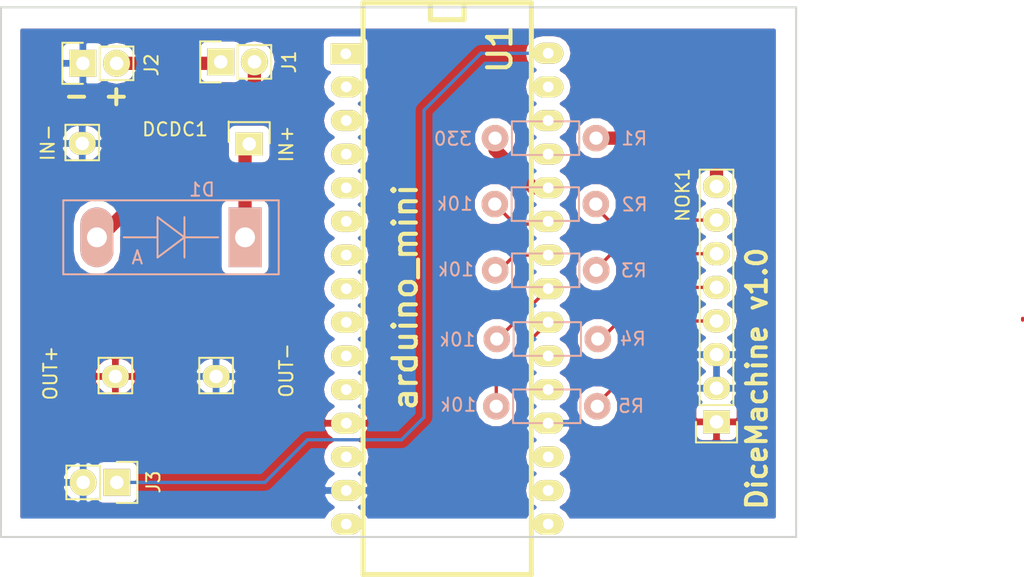
<source format=kicad_pcb>
(kicad_pcb (version 4) (host pcbnew 4.0.7)

  (general
    (links 23)
    (no_connects 0)
    (area 100.814999 67.959499 178.305002 111.920501)
    (thickness 1.6)
    (drawings 6)
    (tracks 46)
    (zones 0)
    (modules 12)
    (nets 38)
  )

  (page A4)
  (layers
    (0 F.Cu signal)
    (31 B.Cu signal)
    (32 B.Adhes user)
    (33 F.Adhes user)
    (34 B.Paste user)
    (35 F.Paste user)
    (36 B.SilkS user)
    (37 F.SilkS user)
    (38 B.Mask user)
    (39 F.Mask user)
    (40 Dwgs.User user)
    (41 Cmts.User user)
    (42 Eco1.User user)
    (43 Eco2.User user)
    (44 Edge.Cuts user)
    (45 Margin user)
    (46 B.CrtYd user)
    (47 F.CrtYd user)
    (48 B.Fab user)
    (49 F.Fab user)
  )

  (setup
    (last_trace_width 0.25)
    (user_trace_width 1)
    (trace_clearance 0.2)
    (zone_clearance 0.508)
    (zone_45_only no)
    (trace_min 0.2)
    (segment_width 0.2)
    (edge_width 0.15)
    (via_size 0.6)
    (via_drill 0.4)
    (via_min_size 0.4)
    (via_min_drill 0.3)
    (uvia_size 0.3)
    (uvia_drill 0.1)
    (uvias_allowed no)
    (uvia_min_size 0.2)
    (uvia_min_drill 0.1)
    (pcb_text_width 0.3)
    (pcb_text_size 1.5 1.5)
    (mod_edge_width 0.15)
    (mod_text_size 1 1)
    (mod_text_width 0.15)
    (pad_size 1.5748 2.286)
    (pad_drill 0.8128)
    (pad_to_mask_clearance 0.2)
    (aux_axis_origin 0 0)
    (visible_elements 7FFFFFFF)
    (pcbplotparams
      (layerselection 0x010f0_80000001)
      (usegerberextensions true)
      (excludeedgelayer true)
      (linewidth 0.100000)
      (plotframeref false)
      (viasonmask false)
      (mode 1)
      (useauxorigin false)
      (hpglpennumber 1)
      (hpglpenspeed 20)
      (hpglpendiameter 15)
      (hpglpenoverlay 2)
      (psnegative false)
      (psa4output false)
      (plotreference true)
      (plotvalue true)
      (plotinvisibletext false)
      (padsonsilk false)
      (subtractmaskfromsilk false)
      (outputformat 1)
      (mirror false)
      (drillshape 0)
      (scaleselection 1)
      (outputdirectory DiceMachine_gerber/))
  )

  (net 0 "")
  (net 1 "Net-(D1-Pad1)")
  (net 2 "Net-(D1-Pad2)")
  (net 3 GND)
  (net 4 "Net-(J1-Pad1)")
  (net 5 "Net-(J3-Pad1)")
  (net 6 "Net-(NOK1-Pad4)")
  (net 7 "Net-(NOK1-Pad5)")
  (net 8 "Net-(NOK1-Pad6)")
  (net 9 "Net-(NOK1-Pad7)")
  (net 10 "Net-(NOK1-Pad8)")
  (net 11 "Net-(R1-Pad2)")
  (net 12 "Net-(R2-Pad2)")
  (net 13 "Net-(R3-Pad2)")
  (net 14 "Net-(R4-Pad2)")
  (net 15 "Net-(R5-Pad2)")
  (net 16 "Net-(U1-Pad1)")
  (net 17 "Net-(U1-Pad2)")
  (net 18 "Net-(U1-Pad3)")
  (net 19 "Net-(U1-Pad4)")
  (net 20 "Net-(U1-Pad5)")
  (net 21 "Net-(U1-Pad6)")
  (net 22 "Net-(U1-Pad7)")
  (net 23 "Net-(U1-Pad8)")
  (net 24 "Net-(U1-Pad9)")
  (net 25 "Net-(U1-Pad10)")
  (net 26 "Net-(U1-Pad11)")
  (net 27 "Net-(U1-Pad13)")
  (net 28 "Net-(U1-Pad15)")
  (net 29 "Net-(U1-Pad16)")
  (net 30 "Net-(U1-Pad17)")
  (net 31 "Net-(U1-Pad18)")
  (net 32 "Net-(U1-Pad20)")
  (net 33 "Net-(U1-Pad21)")
  (net 34 "Net-(U1-Pad27)")
  (net 35 "Net-(U1-Pad28)")
  (net 36 "Net-(U1-Pad29)")
  (net 37 +5V)

  (net_class Default "This is the default net class."
    (clearance 0.2)
    (trace_width 0.25)
    (via_dia 0.6)
    (via_drill 0.4)
    (uvia_dia 0.3)
    (uvia_drill 0.1)
    (add_net +5V)
    (add_net GND)
    (add_net "Net-(D1-Pad1)")
    (add_net "Net-(D1-Pad2)")
    (add_net "Net-(J1-Pad1)")
    (add_net "Net-(J3-Pad1)")
    (add_net "Net-(NOK1-Pad4)")
    (add_net "Net-(NOK1-Pad5)")
    (add_net "Net-(NOK1-Pad6)")
    (add_net "Net-(NOK1-Pad7)")
    (add_net "Net-(NOK1-Pad8)")
    (add_net "Net-(R1-Pad2)")
    (add_net "Net-(R2-Pad2)")
    (add_net "Net-(R3-Pad2)")
    (add_net "Net-(R4-Pad2)")
    (add_net "Net-(R5-Pad2)")
    (add_net "Net-(U1-Pad1)")
    (add_net "Net-(U1-Pad10)")
    (add_net "Net-(U1-Pad11)")
    (add_net "Net-(U1-Pad13)")
    (add_net "Net-(U1-Pad15)")
    (add_net "Net-(U1-Pad16)")
    (add_net "Net-(U1-Pad17)")
    (add_net "Net-(U1-Pad18)")
    (add_net "Net-(U1-Pad2)")
    (add_net "Net-(U1-Pad20)")
    (add_net "Net-(U1-Pad21)")
    (add_net "Net-(U1-Pad27)")
    (add_net "Net-(U1-Pad28)")
    (add_net "Net-(U1-Pad29)")
    (add_net "Net-(U1-Pad3)")
    (add_net "Net-(U1-Pad4)")
    (add_net "Net-(U1-Pad5)")
    (add_net "Net-(U1-Pad6)")
    (add_net "Net-(U1-Pad7)")
    (add_net "Net-(U1-Pad8)")
    (add_net "Net-(U1-Pad9)")
  )

  (module Diodes_ThroughHole:Diode_TO-247_Vertical (layer B.Cu) (tedit 5538ABAB) (tstamp 59ECDD16)
    (at 119.3 86.06 180)
    (descr "TO-247, TO-218, TOP-3,  1=Anode,  2=Kathode, Vertical,")
    (tags "TO-247, TO-218, TOP-3, Anode, Kathode, Vertical,")
    (path /59ECD83F)
    (fp_text reference D1 (at 3.25 3.6 180) (layer B.SilkS)
      (effects (font (size 1 1) (thickness 0.15)) (justify mirror))
    )
    (fp_text value D (at 5.55 -3.9 180) (layer B.Fab)
      (effects (font (size 1 1) (thickness 0.15)) (justify mirror))
    )
    (fp_text user A (at 8.12292 -1.524 180) (layer B.SilkS)
      (effects (font (size 1 1) (thickness 0.15)) (justify mirror))
    )
    (fp_line (start 4.56692 0) (end 2.02692 0) (layer B.SilkS) (width 0.15))
    (fp_line (start 6.59892 0) (end 9.13892 0) (layer B.SilkS) (width 0.15))
    (fp_line (start 4.56692 0) (end 6.59892 1.524) (layer B.SilkS) (width 0.15))
    (fp_line (start 6.59892 1.524) (end 6.59892 -1.524) (layer B.SilkS) (width 0.15))
    (fp_line (start 6.59892 -1.524) (end 4.56692 0) (layer B.SilkS) (width 0.15))
    (fp_line (start 4.56692 1.524) (end 4.56692 -1.524) (layer B.SilkS) (width 0.15))
    (fp_line (start 13.71092 -2.794) (end 13.71092 2.794) (layer B.SilkS) (width 0.15))
    (fp_line (start 13.71092 2.794) (end -2.54508 2.794) (layer B.SilkS) (width 0.15))
    (fp_line (start -2.54508 2.794) (end -2.54508 -2.794) (layer B.SilkS) (width 0.15))
    (fp_line (start -2.54508 -2.794) (end 13.71092 -2.794) (layer B.SilkS) (width 0.15))
    (pad 1 thru_hole rect (at -0.00508 0 90) (size 4.50088 2.49936) (drill 1.50114) (layers *.Cu *.Mask B.SilkS)
      (net 1 "Net-(D1-Pad1)"))
    (pad 2 thru_hole oval (at 11.17092 0 90) (size 4.50088 2.49936) (drill 1.50114) (layers *.Cu *.Mask B.SilkS)
      (net 2 "Net-(D1-Pad2)"))
    (model Diodes_ThroughHole.3dshapes/Diode_TO-247_Vertical.wrl
      (at (xyz 0.22 0 -0.05))
      (scale (xyz 4 4 4))
      (rotate (xyz 0 0 0))
    )
  )

  (module DcDc5VUp:DcDc5VUp (layer F.Cu) (tedit 5782B25D) (tstamp 59ECDD1E)
    (at 113.32 99.41 180)
    (descr "Through hole pin header")
    (tags "pin header")
    (path /59ECD6F4)
    (fp_text reference DCDC1 (at -0.7 21.5 180) (layer F.SilkS)
      (effects (font (size 1 1) (thickness 0.15)))
    )
    (fp_text value DcDcConverter (at 8.6 11.7 270) (layer F.Fab)
      (effects (font (size 1 1) (thickness 0.15)))
    )
    (fp_text user OUT- (at -9.1 3.3 270) (layer F.SilkS)
      (effects (font (size 1 1) (thickness 0.15)))
    )
    (fp_text user OUT+ (at 8.7 3.1 270) (layer F.SilkS)
      (effects (font (size 1 1) (thickness 0.15)))
    )
    (fp_text user IN- (at 8.9 20.5 270) (layer F.SilkS)
      (effects (font (size 1 1) (thickness 0.15)))
    )
    (fp_text user IN+ (at -9.1 20.4 270) (layer F.SilkS)
      (effects (font (size 1 1) (thickness 0.15)))
    )
    (fp_line (start -5.07 1.57) (end -5.07 4.25) (layer F.SilkS) (width 0.15))
    (fp_line (start -5.07 4.25) (end -2.53 4.25) (layer F.SilkS) (width 0.15))
    (fp_line (start -2.53 4.25) (end -2.53 1.57) (layer F.SilkS) (width 0.15))
    (fp_line (start -2.53 1.57) (end -5.07 1.57) (layer F.SilkS) (width 0.15))
    (fp_line (start 5.07 1.57) (end 2.53 1.57) (layer F.SilkS) (width 0.15))
    (fp_line (start 5.07 4.25) (end 5.07 1.57) (layer F.SilkS) (width 0.15))
    (fp_line (start 2.53 4.25) (end 5.07 4.25) (layer F.SilkS) (width 0.15))
    (fp_line (start 2.53 1.57) (end 2.53 4.25) (layer F.SilkS) (width 0.15))
    (fp_line (start 5.03 19.17) (end 5.03 21.85) (layer F.SilkS) (width 0.15))
    (fp_line (start 5.03 21.85) (end 7.57 21.85) (layer F.SilkS) (width 0.15))
    (fp_line (start 7.57 21.85) (end 7.57 19.17) (layer F.SilkS) (width 0.15))
    (fp_line (start 7.57 19.17) (end 5.03 19.17) (layer F.SilkS) (width 0.15))
    (fp_line (start -4.75 20.55) (end -4.75 22.1) (layer F.SilkS) (width 0.15))
    (fp_line (start -7.85 22) (end -7.85 20.45) (layer F.SilkS) (width 0.15))
    (fp_line (start -7.85 22.05) (end -4.75 22.05) (layer F.SilkS) (width 0.15))
    (fp_line (start -10.05 22.3) (end 9.75 22.3) (layer F.CrtYd) (width 0.05))
    (fp_line (start -10.05 0.85) (end 9.75 0.85) (layer F.CrtYd) (width 0.05))
    (fp_line (start 9.75 0.85) (end 9.75 22.3) (layer F.CrtYd) (width 0.05))
    (fp_line (start -10.05 0.85) (end -10.05 22.3) (layer F.CrtYd) (width 0.05))
    (pad 4 thru_hole oval (at -3.8 2.84 180) (size 2.032 1.7272) (drill 1.016) (layers *.Cu *.Mask F.SilkS)
      (net 3 GND))
    (pad 3 thru_hole oval (at 3.8 2.84 180) (size 2.032 1.7272) (drill 1.016) (layers *.Cu *.Mask F.SilkS)
      (net 37 +5V))
    (pad 2 thru_hole oval (at 6.3 20.44 180) (size 2.032 1.7272) (drill 1.016) (layers *.Cu *.Mask F.SilkS)
      (net 3 GND))
    (pad 1 thru_hole rect (at -6.3 20.4 180) (size 2.032 1.7272) (drill 1.016) (layers *.Cu *.Mask F.SilkS)
      (net 1 "Net-(D1-Pad1)"))
  )

  (module Pin_Headers:Pin_Header_Straight_1x02 (layer F.Cu) (tedit 59ECE80B) (tstamp 59ECDD24)
    (at 117.47 72.81 90)
    (descr "Through hole pin header")
    (tags "pin header")
    (path /59ECD94F)
    (fp_text reference J1 (at -0.01 5.16 90) (layer F.SilkS)
      (effects (font (size 1 1) (thickness 0.15)))
    )
    (fp_text value Conn_01x02 (at 0 -3.1 90) (layer F.Fab)
      (effects (font (size 1 1) (thickness 0.15)))
    )
    (fp_line (start 1.27 1.27) (end 1.27 3.81) (layer F.SilkS) (width 0.15))
    (fp_line (start 1.55 -1.55) (end 1.55 0) (layer F.SilkS) (width 0.15))
    (fp_line (start -1.75 -1.75) (end -1.75 4.3) (layer F.CrtYd) (width 0.05))
    (fp_line (start 1.75 -1.75) (end 1.75 4.3) (layer F.CrtYd) (width 0.05))
    (fp_line (start -1.75 -1.75) (end 1.75 -1.75) (layer F.CrtYd) (width 0.05))
    (fp_line (start -1.75 4.3) (end 1.75 4.3) (layer F.CrtYd) (width 0.05))
    (fp_line (start 1.27 1.27) (end -1.27 1.27) (layer F.SilkS) (width 0.15))
    (fp_line (start -1.55 0) (end -1.55 -1.55) (layer F.SilkS) (width 0.15))
    (fp_line (start -1.55 -1.55) (end 1.55 -1.55) (layer F.SilkS) (width 0.15))
    (fp_line (start -1.27 1.27) (end -1.27 3.81) (layer F.SilkS) (width 0.15))
    (fp_line (start -1.27 3.81) (end 1.27 3.81) (layer F.SilkS) (width 0.15))
    (pad 1 thru_hole rect (at 0 0 90) (size 2.032 2.032) (drill 1.016) (layers *.Cu *.Mask F.SilkS)
      (net 4 "Net-(J1-Pad1)"))
    (pad 2 thru_hole oval (at 0 2.54 90) (size 2.032 2.032) (drill 1.016) (layers *.Cu *.Mask F.SilkS)
      (net 2 "Net-(D1-Pad2)"))
    (model Pin_Headers.3dshapes/Pin_Header_Straight_1x02.wrl
      (at (xyz 0 -0.05 0))
      (scale (xyz 1 1 1))
      (rotate (xyz 0 0 90))
    )
  )

  (module Pin_Headers:Pin_Header_Straight_1x02 (layer F.Cu) (tedit 59ECE80F) (tstamp 59ECDD2A)
    (at 107.07 72.92 90)
    (descr "Through hole pin header")
    (tags "pin header")
    (path /59ECD8B8)
    (fp_text reference J2 (at -0.12 5.18 90) (layer F.SilkS)
      (effects (font (size 1 1) (thickness 0.15)))
    )
    (fp_text value Conn_01x02 (at 0 -3.1 90) (layer F.Fab)
      (effects (font (size 1 1) (thickness 0.15)))
    )
    (fp_line (start 1.27 1.27) (end 1.27 3.81) (layer F.SilkS) (width 0.15))
    (fp_line (start 1.55 -1.55) (end 1.55 0) (layer F.SilkS) (width 0.15))
    (fp_line (start -1.75 -1.75) (end -1.75 4.3) (layer F.CrtYd) (width 0.05))
    (fp_line (start 1.75 -1.75) (end 1.75 4.3) (layer F.CrtYd) (width 0.05))
    (fp_line (start -1.75 -1.75) (end 1.75 -1.75) (layer F.CrtYd) (width 0.05))
    (fp_line (start -1.75 4.3) (end 1.75 4.3) (layer F.CrtYd) (width 0.05))
    (fp_line (start 1.27 1.27) (end -1.27 1.27) (layer F.SilkS) (width 0.15))
    (fp_line (start -1.55 0) (end -1.55 -1.55) (layer F.SilkS) (width 0.15))
    (fp_line (start -1.55 -1.55) (end 1.55 -1.55) (layer F.SilkS) (width 0.15))
    (fp_line (start -1.27 1.27) (end -1.27 3.81) (layer F.SilkS) (width 0.15))
    (fp_line (start -1.27 3.81) (end 1.27 3.81) (layer F.SilkS) (width 0.15))
    (pad 1 thru_hole rect (at 0 0 90) (size 2.032 2.032) (drill 1.016) (layers *.Cu *.Mask F.SilkS)
      (net 3 GND))
    (pad 2 thru_hole oval (at 0 2.54 90) (size 2.032 2.032) (drill 1.016) (layers *.Cu *.Mask F.SilkS)
      (net 4 "Net-(J1-Pad1)"))
    (model Pin_Headers.3dshapes/Pin_Header_Straight_1x02.wrl
      (at (xyz 0 -0.05 0))
      (scale (xyz 1 1 1))
      (rotate (xyz 0 0 90))
    )
  )

  (module Pin_Headers:Pin_Header_Straight_1x02 (layer F.Cu) (tedit 59ECE7FE) (tstamp 59ECDD30)
    (at 109.63 104.57 270)
    (descr "Through hole pin header")
    (tags "pin header")
    (path /59ECD9CE)
    (fp_text reference J3 (at -0.03 -2.76 270) (layer F.SilkS)
      (effects (font (size 1 1) (thickness 0.15)))
    )
    (fp_text value Conn_01x02 (at -1.23 -4.89 270) (layer F.Fab)
      (effects (font (size 1 1) (thickness 0.15)))
    )
    (fp_line (start 1.27 1.27) (end 1.27 3.81) (layer F.SilkS) (width 0.15))
    (fp_line (start 1.55 -1.55) (end 1.55 0) (layer F.SilkS) (width 0.15))
    (fp_line (start -1.75 -1.75) (end -1.75 4.3) (layer F.CrtYd) (width 0.05))
    (fp_line (start 1.75 -1.75) (end 1.75 4.3) (layer F.CrtYd) (width 0.05))
    (fp_line (start -1.75 -1.75) (end 1.75 -1.75) (layer F.CrtYd) (width 0.05))
    (fp_line (start -1.75 4.3) (end 1.75 4.3) (layer F.CrtYd) (width 0.05))
    (fp_line (start 1.27 1.27) (end -1.27 1.27) (layer F.SilkS) (width 0.15))
    (fp_line (start -1.55 0) (end -1.55 -1.55) (layer F.SilkS) (width 0.15))
    (fp_line (start -1.55 -1.55) (end 1.55 -1.55) (layer F.SilkS) (width 0.15))
    (fp_line (start -1.27 1.27) (end -1.27 3.81) (layer F.SilkS) (width 0.15))
    (fp_line (start -1.27 3.81) (end 1.27 3.81) (layer F.SilkS) (width 0.15))
    (pad 1 thru_hole rect (at 0 0 270) (size 2.032 2.032) (drill 1.016) (layers *.Cu *.Mask F.SilkS)
      (net 5 "Net-(J3-Pad1)"))
    (pad 2 thru_hole oval (at 0 2.54 270) (size 2.032 2.032) (drill 1.016) (layers *.Cu *.Mask F.SilkS)
      (net 3 GND))
    (model Pin_Headers.3dshapes/Pin_Header_Straight_1x02.wrl
      (at (xyz 0 -0.05 0))
      (scale (xyz 1 1 1))
      (rotate (xyz 0 0 90))
    )
  )

  (module Pin_Headers:Pin_Header_Straight_1x08 (layer F.Cu) (tedit 59EE3B35) (tstamp 59ECDD3C)
    (at 154.88 100 180)
    (descr "Through hole pin header")
    (tags "pin header")
    (path /59ECF53D)
    (fp_text reference NOK1 (at 2.55 17.13 270) (layer F.SilkS)
      (effects (font (size 1 1) (thickness 0.15)))
    )
    (fp_text value nok5110 (at 0 -3.1 180) (layer F.Fab)
      (effects (font (size 1 1) (thickness 0.15)))
    )
    (fp_line (start -1.75 -1.75) (end -1.75 19.55) (layer F.CrtYd) (width 0.05))
    (fp_line (start 1.75 -1.75) (end 1.75 19.55) (layer F.CrtYd) (width 0.05))
    (fp_line (start -1.75 -1.75) (end 1.75 -1.75) (layer F.CrtYd) (width 0.05))
    (fp_line (start -1.75 19.55) (end 1.75 19.55) (layer F.CrtYd) (width 0.05))
    (fp_line (start 1.27 1.27) (end 1.27 19.05) (layer F.SilkS) (width 0.15))
    (fp_line (start 1.27 19.05) (end -1.27 19.05) (layer F.SilkS) (width 0.15))
    (fp_line (start -1.27 19.05) (end -1.27 1.27) (layer F.SilkS) (width 0.15))
    (fp_line (start 1.55 -1.55) (end 1.55 0) (layer F.SilkS) (width 0.15))
    (fp_line (start 1.27 1.27) (end -1.27 1.27) (layer F.SilkS) (width 0.15))
    (fp_line (start -1.55 0) (end -1.55 -1.55) (layer F.SilkS) (width 0.15))
    (fp_line (start -1.55 -1.55) (end 1.55 -1.55) (layer F.SilkS) (width 0.15))
    (pad 1 thru_hole rect (at 0 0 180) (size 2.032 1.7272) (drill 1.016) (layers *.Cu *.Mask F.SilkS)
      (net 37 +5V))
    (pad 2 thru_hole oval (at 0 2.54 180) (size 2.032 1.7272) (drill 1.016) (layers *.Cu *.Mask F.SilkS)
      (net 3 GND))
    (pad 3 thru_hole oval (at 0 5.08 180) (size 2.032 1.7272) (drill 1.016) (layers *.Cu *.Mask F.SilkS)
      (net 3 GND))
    (pad 4 thru_hole oval (at 0 7.62 180) (size 2.032 1.7272) (drill 1.016) (layers *.Cu *.Mask F.SilkS)
      (net 6 "Net-(NOK1-Pad4)"))
    (pad 5 thru_hole oval (at 0 10.16 180) (size 2.032 1.7272) (drill 1.016) (layers *.Cu *.Mask F.SilkS)
      (net 7 "Net-(NOK1-Pad5)"))
    (pad 6 thru_hole oval (at 0 12.7 180) (size 2.032 1.7272) (drill 1.016) (layers *.Cu *.Mask F.SilkS)
      (net 8 "Net-(NOK1-Pad6)"))
    (pad 7 thru_hole oval (at 0 15.24 180) (size 2.032 1.7272) (drill 1.016) (layers *.Cu *.Mask F.SilkS)
      (net 9 "Net-(NOK1-Pad7)"))
    (pad 8 thru_hole oval (at 0 17.78 180) (size 2.032 1.7272) (drill 1.016) (layers *.Cu *.Mask F.SilkS)
      (net 10 "Net-(NOK1-Pad8)"))
    (model Pin_Headers.3dshapes/Pin_Header_Straight_1x08.wrl
      (at (xyz 0 -0.35 0))
      (scale (xyz 1 1 1))
      (rotate (xyz 0 0 90))
    )
  )

  (module Resistors_ThroughHole:Resistor_Horizontal_RM7mm (layer B.Cu) (tedit 59ECE485) (tstamp 59ECDD42)
    (at 145.79 78.57 180)
    (descr "Resistor, Axial,  RM 7.62mm, 1/3W,")
    (tags "Resistor Axial RM 7.62mm 1/3W R3")
    (path /59ECDCA8)
    (fp_text reference R1 (at -2.88 -0.03 180) (layer B.SilkS)
      (effects (font (size 1 1) (thickness 0.15)) (justify mirror))
    )
    (fp_text value 330 (at 10.81 -0.05 180) (layer B.SilkS)
      (effects (font (size 1 1) (thickness 0.15)) (justify mirror))
    )
    (fp_line (start -1.25 1.5) (end 8.85 1.5) (layer B.CrtYd) (width 0.05))
    (fp_line (start -1.25 -1.5) (end -1.25 1.5) (layer B.CrtYd) (width 0.05))
    (fp_line (start 8.85 1.5) (end 8.85 -1.5) (layer B.CrtYd) (width 0.05))
    (fp_line (start -1.25 -1.5) (end 8.85 -1.5) (layer B.CrtYd) (width 0.05))
    (fp_line (start 1.27 1.27) (end 6.35 1.27) (layer B.SilkS) (width 0.15))
    (fp_line (start 6.35 1.27) (end 6.35 -1.27) (layer B.SilkS) (width 0.15))
    (fp_line (start 6.35 -1.27) (end 1.27 -1.27) (layer B.SilkS) (width 0.15))
    (fp_line (start 1.27 -1.27) (end 1.27 1.27) (layer B.SilkS) (width 0.15))
    (pad 1 thru_hole circle (at 0 0 180) (size 1.99898 1.99898) (drill 1.00076) (layers *.Cu *.SilkS *.Mask)
      (net 10 "Net-(NOK1-Pad8)"))
    (pad 2 thru_hole circle (at 7.62 0 180) (size 1.99898 1.99898) (drill 1.00076) (layers *.Cu *.SilkS *.Mask)
      (net 11 "Net-(R1-Pad2)"))
  )

  (module Resistors_ThroughHole:Resistor_Horizontal_RM7mm (layer B.Cu) (tedit 59ECE4A8) (tstamp 59ECDD48)
    (at 145.77 83.55 180)
    (descr "Resistor, Axial,  RM 7.62mm, 1/3W,")
    (tags "Resistor Axial RM 7.62mm 1/3W R3")
    (path /59ECDA35)
    (fp_text reference R2 (at -2.93 -0.03 180) (layer B.SilkS)
      (effects (font (size 1 1) (thickness 0.15)) (justify mirror))
    )
    (fp_text value 10k (at 10.64 0.02 180) (layer B.SilkS)
      (effects (font (size 1 1) (thickness 0.15)) (justify mirror))
    )
    (fp_line (start -1.25 1.5) (end 8.85 1.5) (layer B.CrtYd) (width 0.05))
    (fp_line (start -1.25 -1.5) (end -1.25 1.5) (layer B.CrtYd) (width 0.05))
    (fp_line (start 8.85 1.5) (end 8.85 -1.5) (layer B.CrtYd) (width 0.05))
    (fp_line (start -1.25 -1.5) (end 8.85 -1.5) (layer B.CrtYd) (width 0.05))
    (fp_line (start 1.27 1.27) (end 6.35 1.27) (layer B.SilkS) (width 0.15))
    (fp_line (start 6.35 1.27) (end 6.35 -1.27) (layer B.SilkS) (width 0.15))
    (fp_line (start 6.35 -1.27) (end 1.27 -1.27) (layer B.SilkS) (width 0.15))
    (fp_line (start 1.27 -1.27) (end 1.27 1.27) (layer B.SilkS) (width 0.15))
    (pad 1 thru_hole circle (at 0 0 180) (size 1.99898 1.99898) (drill 1.00076) (layers *.Cu *.SilkS *.Mask)
      (net 9 "Net-(NOK1-Pad7)"))
    (pad 2 thru_hole circle (at 7.62 0 180) (size 1.99898 1.99898) (drill 1.00076) (layers *.Cu *.SilkS *.Mask)
      (net 12 "Net-(R2-Pad2)"))
  )

  (module Resistors_ThroughHole:Resistor_Horizontal_RM7mm (layer B.Cu) (tedit 59ECE4DB) (tstamp 59ECDD4E)
    (at 145.8 88.55 180)
    (descr "Resistor, Axial,  RM 7.62mm, 1/3W,")
    (tags "Resistor Axial RM 7.62mm 1/3W R3")
    (path /59ECDAEE)
    (fp_text reference R3 (at -2.84 -0.02 180) (layer B.SilkS)
      (effects (font (size 1 1) (thickness 0.15)) (justify mirror))
    )
    (fp_text value 10k (at 10.59 0.06 180) (layer B.SilkS)
      (effects (font (size 1 1) (thickness 0.15)) (justify mirror))
    )
    (fp_line (start -1.25 1.5) (end 8.85 1.5) (layer B.CrtYd) (width 0.05))
    (fp_line (start -1.25 -1.5) (end -1.25 1.5) (layer B.CrtYd) (width 0.05))
    (fp_line (start 8.85 1.5) (end 8.85 -1.5) (layer B.CrtYd) (width 0.05))
    (fp_line (start -1.25 -1.5) (end 8.85 -1.5) (layer B.CrtYd) (width 0.05))
    (fp_line (start 1.27 1.27) (end 6.35 1.27) (layer B.SilkS) (width 0.15))
    (fp_line (start 6.35 1.27) (end 6.35 -1.27) (layer B.SilkS) (width 0.15))
    (fp_line (start 6.35 -1.27) (end 1.27 -1.27) (layer B.SilkS) (width 0.15))
    (fp_line (start 1.27 -1.27) (end 1.27 1.27) (layer B.SilkS) (width 0.15))
    (pad 1 thru_hole circle (at 0 0 180) (size 1.99898 1.99898) (drill 1.00076) (layers *.Cu *.SilkS *.Mask)
      (net 8 "Net-(NOK1-Pad6)"))
    (pad 2 thru_hole circle (at 7.62 0 180) (size 1.99898 1.99898) (drill 1.00076) (layers *.Cu *.SilkS *.Mask)
      (net 13 "Net-(R3-Pad2)"))
  )

  (module Resistors_ThroughHole:Resistor_Horizontal_RM7mm (layer B.Cu) (tedit 59ECE4F5) (tstamp 59ECDD54)
    (at 145.92 93.74 180)
    (descr "Resistor, Axial,  RM 7.62mm, 1/3W,")
    (tags "Resistor Axial RM 7.62mm 1/3W R3")
    (path /59ECDC0A)
    (fp_text reference R4 (at -2.65 0.01 180) (layer B.SilkS)
      (effects (font (size 1 1) (thickness 0.15)) (justify mirror))
    )
    (fp_text value 10k (at 10.6 -0.05 180) (layer B.SilkS)
      (effects (font (size 1 1) (thickness 0.15)) (justify mirror))
    )
    (fp_line (start -1.25 1.5) (end 8.85 1.5) (layer B.CrtYd) (width 0.05))
    (fp_line (start -1.25 -1.5) (end -1.25 1.5) (layer B.CrtYd) (width 0.05))
    (fp_line (start 8.85 1.5) (end 8.85 -1.5) (layer B.CrtYd) (width 0.05))
    (fp_line (start -1.25 -1.5) (end 8.85 -1.5) (layer B.CrtYd) (width 0.05))
    (fp_line (start 1.27 1.27) (end 6.35 1.27) (layer B.SilkS) (width 0.15))
    (fp_line (start 6.35 1.27) (end 6.35 -1.27) (layer B.SilkS) (width 0.15))
    (fp_line (start 6.35 -1.27) (end 1.27 -1.27) (layer B.SilkS) (width 0.15))
    (fp_line (start 1.27 -1.27) (end 1.27 1.27) (layer B.SilkS) (width 0.15))
    (pad 1 thru_hole circle (at 0 0 180) (size 1.99898 1.99898) (drill 1.00076) (layers *.Cu *.SilkS *.Mask)
      (net 7 "Net-(NOK1-Pad5)"))
    (pad 2 thru_hole circle (at 7.62 0 180) (size 1.99898 1.99898) (drill 1.00076) (layers *.Cu *.SilkS *.Mask)
      (net 14 "Net-(R4-Pad2)"))
  )

  (module Resistors_ThroughHole:Resistor_Horizontal_RM7mm (layer B.Cu) (tedit 59ECE516) (tstamp 59ECDD5A)
    (at 145.88 98.82 180)
    (descr "Resistor, Axial,  RM 7.62mm, 1/3W,")
    (tags "Resistor Axial RM 7.62mm 1/3W R3")
    (path /59ECDC61)
    (fp_text reference R5 (at -2.56 0.02 180) (layer B.SilkS)
      (effects (font (size 1 1) (thickness 0.15)) (justify mirror))
    )
    (fp_text value 10k (at 10.49 0.11 180) (layer B.SilkS)
      (effects (font (size 1 1) (thickness 0.15)) (justify mirror))
    )
    (fp_line (start -1.25 1.5) (end 8.85 1.5) (layer B.CrtYd) (width 0.05))
    (fp_line (start -1.25 -1.5) (end -1.25 1.5) (layer B.CrtYd) (width 0.05))
    (fp_line (start 8.85 1.5) (end 8.85 -1.5) (layer B.CrtYd) (width 0.05))
    (fp_line (start -1.25 -1.5) (end 8.85 -1.5) (layer B.CrtYd) (width 0.05))
    (fp_line (start 1.27 1.27) (end 6.35 1.27) (layer B.SilkS) (width 0.15))
    (fp_line (start 6.35 1.27) (end 6.35 -1.27) (layer B.SilkS) (width 0.15))
    (fp_line (start 6.35 -1.27) (end 1.27 -1.27) (layer B.SilkS) (width 0.15))
    (fp_line (start 1.27 -1.27) (end 1.27 1.27) (layer B.SilkS) (width 0.15))
    (pad 1 thru_hole circle (at 0 0 180) (size 1.99898 1.99898) (drill 1.00076) (layers *.Cu *.SilkS *.Mask)
      (net 6 "Net-(NOK1-Pad4)"))
    (pad 2 thru_hole circle (at 7.62 0 180) (size 1.99898 1.99898) (drill 1.00076) (layers *.Cu *.SilkS *.Mask)
      (net 15 "Net-(R5-Pad2)"))
  )

  (module arduino:arduino_mini (layer F.Cu) (tedit 59ECE418) (tstamp 59ECDD7C)
    (at 134.56 91.21 270)
    (descr "30 pins DIL package, elliptical pads, width 600mil (arduino mini)")
    (tags "DIL arduino mini")
    (path /59ECD78B)
    (fp_text reference U1 (at -19.35 -3.97 270) (layer F.SilkS)
      (effects (font (size 1.778 1.778) (thickness 0.3048)))
    )
    (fp_text value arduino_mini (at -0.635 3.175 270) (layer F.SilkS)
      (effects (font (size 1.778 1.778) (thickness 0.3048)))
    )
    (fp_line (start -22.86 -6.35) (end 20.32 -6.35) (layer F.SilkS) (width 0.381))
    (fp_line (start 20.32 -6.35) (end 20.32 6.35) (layer F.SilkS) (width 0.381))
    (fp_line (start 20.32 6.35) (end -22.86 6.35) (layer F.SilkS) (width 0.381))
    (fp_line (start -22.86 6.35) (end -22.86 -6.35) (layer F.SilkS) (width 0.381))
    (fp_line (start -22.86 1.27) (end -21.59 1.27) (layer F.SilkS) (width 0.381))
    (fp_line (start -21.59 1.27) (end -21.59 -1.27) (layer F.SilkS) (width 0.381))
    (fp_line (start -21.59 -1.27) (end -22.86 -1.27) (layer F.SilkS) (width 0.381))
    (pad 1 thru_hole rect (at -19.01 7.66 270) (size 1.5748 2.286) (drill 0.8128) (layers *.Cu *.Mask F.SilkS)
      (net 16 "Net-(U1-Pad1)"))
    (pad 2 thru_hole oval (at -16.51 7.62 270) (size 1.5748 2.286) (drill 0.8128) (layers *.Cu *.Mask F.SilkS)
      (net 17 "Net-(U1-Pad2)"))
    (pad 3 thru_hole oval (at -13.97 7.62 270) (size 1.5748 2.286) (drill 0.8128) (layers *.Cu *.Mask F.SilkS)
      (net 18 "Net-(U1-Pad3)"))
    (pad 4 thru_hole oval (at -11.43 7.62 270) (size 1.5748 2.286) (drill 0.8128) (layers *.Cu *.Mask F.SilkS)
      (net 19 "Net-(U1-Pad4)"))
    (pad 5 thru_hole oval (at -8.89 7.62 270) (size 1.5748 2.286) (drill 0.8128) (layers *.Cu *.Mask F.SilkS)
      (net 20 "Net-(U1-Pad5)"))
    (pad 6 thru_hole oval (at -6.35 7.62 270) (size 1.5748 2.286) (drill 0.8128) (layers *.Cu *.Mask F.SilkS)
      (net 21 "Net-(U1-Pad6)"))
    (pad 7 thru_hole oval (at -3.81 7.62 270) (size 1.5748 2.286) (drill 0.8128) (layers *.Cu *.Mask F.SilkS)
      (net 22 "Net-(U1-Pad7)"))
    (pad 8 thru_hole oval (at -1.27 7.62 270) (size 1.5748 2.286) (drill 0.8128) (layers *.Cu *.Mask F.SilkS)
      (net 23 "Net-(U1-Pad8)"))
    (pad 9 thru_hole oval (at 1.27 7.62 270) (size 1.5748 2.286) (drill 0.8128) (layers *.Cu *.Mask F.SilkS)
      (net 24 "Net-(U1-Pad9)"))
    (pad 10 thru_hole oval (at 3.81 7.62 270) (size 1.5748 2.286) (drill 0.8128) (layers *.Cu *.Mask F.SilkS)
      (net 25 "Net-(U1-Pad10)"))
    (pad 11 thru_hole oval (at 6.35 7.62 270) (size 1.5748 2.286) (drill 0.8128) (layers *.Cu *.Mask F.SilkS)
      (net 26 "Net-(U1-Pad11)"))
    (pad 12 thru_hole oval (at 8.89 7.62 270) (size 1.5748 2.286) (drill 0.8128) (layers *.Cu *.Mask F.SilkS)
      (net 37 +5V))
    (pad 13 thru_hole oval (at 11.43 7.62 270) (size 1.5748 2.286) (drill 0.8128) (layers *.Cu *.Mask F.SilkS)
      (net 27 "Net-(U1-Pad13)"))
    (pad 14 thru_hole oval (at 13.97 7.62 270) (size 1.5748 2.286) (drill 0.8128) (layers *.Cu *.Mask F.SilkS)
      (net 3 GND))
    (pad 15 thru_hole oval (at 16.51 7.62 270) (size 1.5748 2.286) (drill 0.8128) (layers *.Cu *.Mask F.SilkS)
      (net 28 "Net-(U1-Pad15)"))
    (pad 16 thru_hole oval (at 16.51 -7.62 270) (size 1.5748 2.286) (drill 0.8128) (layers *.Cu *.Mask F.SilkS)
      (net 29 "Net-(U1-Pad16)"))
    (pad 17 thru_hole oval (at 13.97 -7.62 270) (size 1.5748 2.286) (drill 0.8128) (layers *.Cu *.Mask F.SilkS)
      (net 30 "Net-(U1-Pad17)"))
    (pad 18 thru_hole oval (at 11.43 -7.62 270) (size 1.5748 2.286) (drill 0.8128) (layers *.Cu *.Mask F.SilkS)
      (net 31 "Net-(U1-Pad18)"))
    (pad 19 thru_hole oval (at 8.89 -7.62 270) (size 1.5748 2.286) (drill 0.8128) (layers *.Cu *.Mask F.SilkS)
      (net 3 GND))
    (pad 20 thru_hole oval (at 6.35 -7.62 270) (size 1.5748 2.286) (drill 0.8128) (layers *.Cu *.Mask F.SilkS)
      (net 32 "Net-(U1-Pad20)"))
    (pad 21 thru_hole oval (at 3.81 -7.62 270) (size 1.5748 2.286) (drill 0.8128) (layers *.Cu *.Mask F.SilkS)
      (net 33 "Net-(U1-Pad21)"))
    (pad 22 thru_hole oval (at 1.27 -7.62 270) (size 1.5748 2.286) (drill 0.8128) (layers *.Cu *.Mask F.SilkS)
      (net 15 "Net-(R5-Pad2)"))
    (pad 23 thru_hole oval (at -1.27 -7.62 270) (size 1.5748 2.286) (drill 0.8128) (layers *.Cu *.Mask F.SilkS)
      (net 14 "Net-(R4-Pad2)"))
    (pad 24 thru_hole oval (at -3.81 -7.62 270) (size 1.5748 2.286) (drill 0.8128) (layers *.Cu *.Mask F.SilkS)
      (net 13 "Net-(R3-Pad2)"))
    (pad 25 thru_hole oval (at -6.35 -7.62 270) (size 1.5748 2.286) (drill 0.8128) (layers *.Cu *.Mask F.SilkS)
      (net 12 "Net-(R2-Pad2)"))
    (pad 26 thru_hole oval (at -8.89 -7.62 270) (size 1.5748 2.286) (drill 0.8128) (layers *.Cu *.Mask F.SilkS)
      (net 11 "Net-(R1-Pad2)"))
    (pad 27 thru_hole oval (at -11.43 -7.62 270) (size 1.5748 2.286) (drill 0.8128) (layers *.Cu *.Mask F.SilkS)
      (net 34 "Net-(U1-Pad27)"))
    (pad 28 thru_hole oval (at -13.97 -7.62 270) (size 1.5748 2.286) (drill 0.8128) (layers *.Cu *.Mask F.SilkS)
      (net 35 "Net-(U1-Pad28)"))
    (pad 29 thru_hole oval (at -16.51 -7.62 270) (size 1.5748 2.286) (drill 0.8128) (layers *.Cu *.Mask F.SilkS)
      (net 36 "Net-(U1-Pad29)"))
    (pad 30 thru_hole oval (at -19.05 -7.62 270) (size 1.5748 2.286) (drill 0.8128) (layers *.Cu *.Mask F.SilkS)
      (net 5 "Net-(J3-Pad1)"))
  )

  (gr_text "DiceMachine v1.0" (at 157.92 96.73 90) (layer F.SilkS)
    (effects (font (size 1.5 1.5) (thickness 0.3)))
  )
  (gr_text "+ -" (at 108.09 75.55 180) (layer F.SilkS)
    (effects (font (size 1.5 1.5) (thickness 0.3)))
  )
  (gr_line (start 100.89 108.69) (end 100.89 68.69) (angle 90) (layer Edge.Cuts) (width 0.15))
  (gr_line (start 160.89 108.69) (end 100.89 108.69) (angle 90) (layer Edge.Cuts) (width 0.15))
  (gr_line (start 160.89 68.69) (end 160.89 108.69) (angle 90) (layer Edge.Cuts) (width 0.15))
  (gr_line (start 100.89 68.69) (end 160.89 68.69) (angle 90) (layer Edge.Cuts) (width 0.15))

  (segment (start 177.98 92.31) (end 177.98 92.18) (width 0.25) (layer F.Cu) (net 0))
  (segment (start 119.30508 86.06) (end 119.30508 79.32492) (width 1) (layer F.Cu) (net 1))
  (segment (start 119.30508 79.32492) (end 119.62 79.01) (width 1) (layer F.Cu) (net 1) (tstamp 59ECEA1C))
  (segment (start 120.01 72.81) (end 120.01 74.41) (width 1) (layer F.Cu) (net 2))
  (segment (start 120.01 74.41) (end 108.36 86.06) (width 1) (layer F.Cu) (net 2) (tstamp 59ECEA18))
  (segment (start 108.36 86.06) (end 108.12908 86.06) (width 1) (layer F.Cu) (net 2) (tstamp 59ECEA19))
  (segment (start 109.61 72.92) (end 117.36 72.92) (width 1) (layer F.Cu) (net 4))
  (segment (start 117.36 72.92) (end 117.47 72.81) (width 1) (layer F.Cu) (net 4) (tstamp 59ECE7C5))
  (segment (start 125.04 101.35) (end 124.02 101.35) (width 0.25) (layer B.Cu) (net 5))
  (segment (start 125.04 101.35) (end 131.11 101.35) (width 0.25) (layer B.Cu) (net 5) (tstamp 59ECE7ED))
  (segment (start 131.11 101.35) (end 132.81 99.65) (width 0.25) (layer B.Cu) (net 5) (tstamp 59ECE7EF))
  (segment (start 132.81 99.65) (end 132.81 76.46) (width 0.25) (layer B.Cu) (net 5) (tstamp 59ECE7F1))
  (segment (start 132.81 76.46) (end 137.11 72.16) (width 0.25) (layer B.Cu) (net 5) (tstamp 59ECE7F3))
  (segment (start 142.18 72.16) (end 137.11 72.16) (width 0.25) (layer B.Cu) (net 5) (tstamp 59ECE7F5))
  (segment (start 120.8 104.57) (end 109.63 104.57) (width 0.25) (layer B.Cu) (net 5) (tstamp 59ECE949))
  (segment (start 124.02 101.35) (end 120.8 104.57) (width 0.25) (layer B.Cu) (net 5) (tstamp 59ECE945))
  (segment (start 145.88 98.82) (end 145.88 98.63) (width 0.25) (layer F.Cu) (net 6))
  (segment (start 145.88 98.63) (end 152.13 92.38) (width 0.25) (layer F.Cu) (net 6) (tstamp 59ECE740))
  (segment (start 152.13 92.38) (end 154.88 92.38) (width 0.25) (layer F.Cu) (net 6) (tstamp 59ECE741))
  (segment (start 154.14 92.07) (end 154.88 92.07) (width 0.25) (layer F.Cu) (net 6) (tstamp 59ECE05C))
  (segment (start 145.92 93.74) (end 146.17 93.74) (width 0.25) (layer F.Cu) (net 7))
  (segment (start 146.17 93.74) (end 150.07 89.84) (width 0.25) (layer F.Cu) (net 7) (tstamp 59ECE737))
  (segment (start 150.07 89.84) (end 154.88 89.84) (width 0.25) (layer F.Cu) (net 7) (tstamp 59ECE738))
  (segment (start 145.8 88.55) (end 145.8 88.45) (width 0.25) (layer F.Cu) (net 8))
  (segment (start 145.8 88.45) (end 146.95 87.3) (width 0.25) (layer F.Cu) (net 8) (tstamp 59ECE72F))
  (segment (start 146.95 87.3) (end 154.88 87.3) (width 0.25) (layer F.Cu) (net 8) (tstamp 59ECE730))
  (segment (start 154.66 87.21) (end 154.88 86.99) (width 0.25) (layer F.Cu) (net 8) (tstamp 59ECE052))
  (segment (start 145.77 83.55) (end 145.77 83.8) (width 0.25) (layer F.Cu) (net 9))
  (segment (start 145.77 83.8) (end 146.73 84.76) (width 0.25) (layer F.Cu) (net 9) (tstamp 59ECE726))
  (segment (start 146.73 84.76) (end 154.88 84.76) (width 0.25) (layer F.Cu) (net 9) (tstamp 59ECE727))
  (segment (start 145.79 78.57) (end 152.67 78.57) (width 1) (layer F.Cu) (net 10))
  (segment (start 154.88 80.78) (end 154.88 82.22) (width 1) (layer F.Cu) (net 10) (tstamp 59ECE71B))
  (segment (start 152.67 78.57) (end 154.88 80.78) (width 1) (layer F.Cu) (net 10) (tstamp 59ECE71A))
  (segment (start 138.17 78.57) (end 138.17 79.44) (width 1) (layer F.Cu) (net 11))
  (segment (start 138.17 79.44) (end 141.05 82.32) (width 1) (layer F.Cu) (net 11) (tstamp 59ECE71E))
  (segment (start 141.05 82.32) (end 142.18 82.32) (width 1) (layer F.Cu) (net 11) (tstamp 59ECE71F))
  (segment (start 138.15 83.55) (end 139.66 85.06) (width 0.25) (layer F.Cu) (net 12))
  (segment (start 139.66 85.06) (end 141.98 85.06) (width 0.25) (layer F.Cu) (net 12) (tstamp 59ECE722))
  (segment (start 141.98 85.06) (end 142.18 84.86) (width 0.25) (layer F.Cu) (net 12) (tstamp 59ECE723))
  (segment (start 138.18 88.55) (end 138.51 88.55) (width 0.25) (layer F.Cu) (net 13))
  (segment (start 138.51 88.55) (end 139.66 87.4) (width 0.25) (layer F.Cu) (net 13) (tstamp 59ECE72A))
  (segment (start 139.66 87.4) (end 142.18 87.4) (width 0.25) (layer F.Cu) (net 13) (tstamp 59ECE72B))
  (segment (start 138.3 93.74) (end 138.38 93.74) (width 0.25) (layer F.Cu) (net 14))
  (segment (start 138.38 93.74) (end 142.18 89.94) (width 0.25) (layer F.Cu) (net 14) (tstamp 59ECE734))
  (segment (start 138.26 98.82) (end 138.26 96.4) (width 0.25) (layer F.Cu) (net 15))
  (segment (start 138.26 96.4) (end 142.18 92.48) (width 0.25) (layer F.Cu) (net 15) (tstamp 59ECE73C))

  (zone (net 37) (net_name +5V) (layer F.Cu) (tstamp 59ECE7E4) (hatch edge 0.508)
    (connect_pads (clearance 0.508))
    (min_thickness 0.254)
    (fill yes (arc_segments 16) (thermal_gap 0.508) (thermal_bridge_width 0.508))
    (polygon
      (pts
        (xy 159.35 107.3) (xy 102.35 107.3) (xy 102.35 70.3) (xy 159.35 70.3)
      )
    )
    (filled_polygon
      (pts
        (xy 159.223 107.173) (xy 143.882774 107.173) (xy 143.576222 106.714211) (xy 143.180801 106.45) (xy 143.576222 106.185789)
        (xy 143.884559 105.724329) (xy 143.992833 105.18) (xy 143.884559 104.635671) (xy 143.576222 104.174211) (xy 143.180801 103.91)
        (xy 143.576222 103.645789) (xy 143.884559 103.184329) (xy 143.992833 102.64) (xy 143.884559 102.095671) (xy 143.576222 101.634211)
        (xy 143.180801 101.37) (xy 143.576222 101.105789) (xy 143.884559 100.644329) (xy 143.992833 100.1) (xy 143.884559 99.555671)
        (xy 143.576222 99.094211) (xy 143.180801 98.83) (xy 143.576222 98.565789) (xy 143.884559 98.104329) (xy 143.992833 97.56)
        (xy 143.884559 97.015671) (xy 143.576222 96.554211) (xy 143.180801 96.29) (xy 143.576222 96.025789) (xy 143.884559 95.564329)
        (xy 143.992833 95.02) (xy 143.884559 94.475671) (xy 143.576222 94.014211) (xy 143.180801 93.75) (xy 143.576222 93.485789)
        (xy 143.884559 93.024329) (xy 143.992833 92.48) (xy 143.884559 91.935671) (xy 143.576222 91.474211) (xy 143.180801 91.21)
        (xy 143.576222 90.945789) (xy 143.884559 90.484329) (xy 143.992833 89.94) (xy 143.884559 89.395671) (xy 143.576222 88.934211)
        (xy 143.180801 88.67) (xy 143.576222 88.405789) (xy 143.884559 87.944329) (xy 143.992833 87.4) (xy 143.884559 86.855671)
        (xy 143.576222 86.394211) (xy 143.180801 86.13) (xy 143.576222 85.865789) (xy 143.884559 85.404329) (xy 143.992833 84.86)
        (xy 143.884559 84.315671) (xy 143.589241 83.873694) (xy 144.135226 83.873694) (xy 144.383538 84.474655) (xy 144.842927 84.934846)
        (xy 145.443453 85.184206) (xy 146.07996 85.184762) (xy 146.192599 85.297401) (xy 146.439161 85.462148) (xy 146.73 85.52)
        (xy 153.435352 85.52) (xy 153.635585 85.81967) (xy 153.950366 86.03) (xy 153.635585 86.24033) (xy 153.435352 86.54)
        (xy 146.95 86.54) (xy 146.659161 86.597852) (xy 146.412599 86.762599) (xy 146.220423 86.954775) (xy 146.126547 86.915794)
        (xy 145.476306 86.915226) (xy 144.875345 87.163538) (xy 144.415154 87.622927) (xy 144.165794 88.223453) (xy 144.165226 88.873694)
        (xy 144.413538 89.474655) (xy 144.872927 89.934846) (xy 145.473453 90.184206) (xy 146.123694 90.184774) (xy 146.724655 89.936462)
        (xy 147.184846 89.477073) (xy 147.434206 88.876547) (xy 147.434774 88.226306) (xy 147.366058 88.06) (xy 153.435352 88.06)
        (xy 153.635585 88.35967) (xy 153.950366 88.57) (xy 153.635585 88.78033) (xy 153.435352 89.08) (xy 150.07 89.08)
        (xy 149.779161 89.137852) (xy 149.532599 89.302599) (xy 146.587732 92.247466) (xy 146.246547 92.105794) (xy 145.596306 92.105226)
        (xy 144.995345 92.353538) (xy 144.535154 92.812927) (xy 144.285794 93.413453) (xy 144.285226 94.063694) (xy 144.533538 94.664655)
        (xy 144.992927 95.124846) (xy 145.593453 95.374206) (xy 146.243694 95.374774) (xy 146.844655 95.126462) (xy 147.304846 94.667073)
        (xy 147.554206 94.066547) (xy 147.554762 93.43004) (xy 150.384802 90.6) (xy 153.435352 90.6) (xy 153.635585 90.89967)
        (xy 153.950366 91.11) (xy 153.635585 91.32033) (xy 153.435352 91.62) (xy 152.13 91.62) (xy 151.839161 91.677852)
        (xy 151.592599 91.842599) (xy 146.23683 97.198368) (xy 146.206547 97.185794) (xy 145.556306 97.185226) (xy 144.955345 97.433538)
        (xy 144.495154 97.892927) (xy 144.245794 98.493453) (xy 144.245226 99.143694) (xy 144.493538 99.744655) (xy 144.952927 100.204846)
        (xy 145.553453 100.454206) (xy 146.203694 100.454774) (xy 146.612763 100.28575) (xy 153.229 100.28575) (xy 153.229 100.98991)
        (xy 153.325673 101.223299) (xy 153.504302 101.401927) (xy 153.737691 101.4986) (xy 154.59425 101.4986) (xy 154.753 101.33985)
        (xy 154.753 100.127) (xy 155.007 100.127) (xy 155.007 101.33985) (xy 155.16575 101.4986) (xy 156.022309 101.4986)
        (xy 156.255698 101.401927) (xy 156.434327 101.223299) (xy 156.531 100.98991) (xy 156.531 100.28575) (xy 156.37225 100.127)
        (xy 155.007 100.127) (xy 154.753 100.127) (xy 153.38775 100.127) (xy 153.229 100.28575) (xy 146.612763 100.28575)
        (xy 146.804655 100.206462) (xy 147.264846 99.747073) (xy 147.514206 99.146547) (xy 147.514774 98.496306) (xy 147.390138 98.194664)
        (xy 152.444802 93.14) (xy 153.435352 93.14) (xy 153.635585 93.43967) (xy 153.950366 93.65) (xy 153.635585 93.86033)
        (xy 153.310729 94.346511) (xy 153.196655 94.92) (xy 153.310729 95.493489) (xy 153.635585 95.97967) (xy 153.950366 96.19)
        (xy 153.635585 96.40033) (xy 153.310729 96.886511) (xy 153.196655 97.46) (xy 153.310729 98.033489) (xy 153.635585 98.51967)
        (xy 153.65778 98.5345) (xy 153.504302 98.598073) (xy 153.325673 98.776701) (xy 153.229 99.01009) (xy 153.229 99.71425)
        (xy 153.38775 99.873) (xy 154.753 99.873) (xy 154.753 99.853) (xy 155.007 99.853) (xy 155.007 99.873)
        (xy 156.37225 99.873) (xy 156.531 99.71425) (xy 156.531 99.01009) (xy 156.434327 98.776701) (xy 156.255698 98.598073)
        (xy 156.10222 98.5345) (xy 156.124415 98.51967) (xy 156.449271 98.033489) (xy 156.563345 97.46) (xy 156.449271 96.886511)
        (xy 156.124415 96.40033) (xy 155.809634 96.19) (xy 156.124415 95.97967) (xy 156.449271 95.493489) (xy 156.563345 94.92)
        (xy 156.449271 94.346511) (xy 156.124415 93.86033) (xy 155.809634 93.65) (xy 156.124415 93.43967) (xy 156.449271 92.953489)
        (xy 156.563345 92.38) (xy 156.449271 91.806511) (xy 156.124415 91.32033) (xy 155.809634 91.11) (xy 156.124415 90.89967)
        (xy 156.449271 90.413489) (xy 156.563345 89.84) (xy 156.449271 89.266511) (xy 156.124415 88.78033) (xy 155.809634 88.57)
        (xy 156.124415 88.35967) (xy 156.449271 87.873489) (xy 156.563345 87.3) (xy 156.449271 86.726511) (xy 156.124415 86.24033)
        (xy 155.809634 86.03) (xy 156.124415 85.81967) (xy 156.449271 85.333489) (xy 156.563345 84.76) (xy 156.449271 84.186511)
        (xy 156.124415 83.70033) (xy 155.809634 83.49) (xy 156.124415 83.27967) (xy 156.449271 82.793489) (xy 156.563345 82.22)
        (xy 156.449271 81.646511) (xy 156.124415 81.16033) (xy 156.015 81.087221) (xy 156.015 80.78) (xy 155.928603 80.345654)
        (xy 155.682566 79.977434) (xy 153.472566 77.767434) (xy 153.104346 77.521397) (xy 152.67 77.435) (xy 146.966484 77.435)
        (xy 146.717073 77.185154) (xy 146.116547 76.935794) (xy 145.466306 76.935226) (xy 144.865345 77.183538) (xy 144.405154 77.642927)
        (xy 144.155794 78.243453) (xy 144.155226 78.893694) (xy 144.403538 79.494655) (xy 144.862927 79.954846) (xy 145.463453 80.204206)
        (xy 146.113694 80.204774) (xy 146.714655 79.956462) (xy 146.966556 79.705) (xy 152.199868 79.705) (xy 153.647342 81.152474)
        (xy 153.635585 81.16033) (xy 153.310729 81.646511) (xy 153.196655 82.22) (xy 153.310729 82.793489) (xy 153.635585 83.27967)
        (xy 153.950366 83.49) (xy 153.635585 83.70033) (xy 153.435352 84) (xy 147.352944 84) (xy 147.404206 83.876547)
        (xy 147.404774 83.226306) (xy 147.156462 82.625345) (xy 146.697073 82.165154) (xy 146.096547 81.915794) (xy 145.446306 81.915226)
        (xy 144.845345 82.163538) (xy 144.385154 82.622927) (xy 144.135794 83.223453) (xy 144.135226 83.873694) (xy 143.589241 83.873694)
        (xy 143.576222 83.854211) (xy 143.180801 83.59) (xy 143.576222 83.325789) (xy 143.884559 82.864329) (xy 143.992833 82.32)
        (xy 143.884559 81.775671) (xy 143.576222 81.314211) (xy 143.180801 81.05) (xy 143.576222 80.785789) (xy 143.884559 80.324329)
        (xy 143.992833 79.78) (xy 143.884559 79.235671) (xy 143.576222 78.774211) (xy 143.180801 78.51) (xy 143.576222 78.245789)
        (xy 143.884559 77.784329) (xy 143.992833 77.24) (xy 143.884559 76.695671) (xy 143.576222 76.234211) (xy 143.180801 75.97)
        (xy 143.576222 75.705789) (xy 143.884559 75.244329) (xy 143.992833 74.7) (xy 143.884559 74.155671) (xy 143.576222 73.694211)
        (xy 143.180801 73.43) (xy 143.576222 73.165789) (xy 143.884559 72.704329) (xy 143.992833 72.16) (xy 143.884559 71.615671)
        (xy 143.576222 71.154211) (xy 143.114762 70.845874) (xy 142.570433 70.7376) (xy 141.789567 70.7376) (xy 141.245238 70.845874)
        (xy 140.783778 71.154211) (xy 140.475441 71.615671) (xy 140.367167 72.16) (xy 140.475441 72.704329) (xy 140.783778 73.165789)
        (xy 141.179199 73.43) (xy 140.783778 73.694211) (xy 140.475441 74.155671) (xy 140.367167 74.7) (xy 140.475441 75.244329)
        (xy 140.783778 75.705789) (xy 141.179199 75.97) (xy 140.783778 76.234211) (xy 140.475441 76.695671) (xy 140.367167 77.24)
        (xy 140.475441 77.784329) (xy 140.783778 78.245789) (xy 141.179199 78.51) (xy 140.783778 78.774211) (xy 140.475441 79.235671)
        (xy 140.367167 79.78) (xy 140.429748 80.094616) (xy 139.636224 79.301092) (xy 139.804206 78.896547) (xy 139.804774 78.246306)
        (xy 139.556462 77.645345) (xy 139.097073 77.185154) (xy 138.496547 76.935794) (xy 137.846306 76.935226) (xy 137.245345 77.183538)
        (xy 136.785154 77.642927) (xy 136.535794 78.243453) (xy 136.535226 78.893694) (xy 136.783538 79.494655) (xy 137.111152 79.822841)
        (xy 137.121397 79.874346) (xy 137.289206 80.12549) (xy 137.367434 80.242566) (xy 140.247434 83.122566) (xy 140.615654 83.368603)
        (xy 140.946279 83.434369) (xy 141.179199 83.59) (xy 140.783778 83.854211) (xy 140.485912 84.3) (xy 139.974802 84.3)
        (xy 139.715885 84.041083) (xy 139.784206 83.876547) (xy 139.784774 83.226306) (xy 139.536462 82.625345) (xy 139.077073 82.165154)
        (xy 138.476547 81.915794) (xy 137.826306 81.915226) (xy 137.225345 82.163538) (xy 136.765154 82.622927) (xy 136.515794 83.223453)
        (xy 136.515226 83.873694) (xy 136.763538 84.474655) (xy 137.222927 84.934846) (xy 137.823453 85.184206) (xy 138.473694 85.184774)
        (xy 138.640889 85.115691) (xy 139.122599 85.597401) (xy 139.36916 85.762148) (xy 139.417414 85.771746) (xy 139.66 85.82)
        (xy 140.753183 85.82) (xy 140.783778 85.865789) (xy 141.179199 86.13) (xy 140.783778 86.394211) (xy 140.619547 86.64)
        (xy 139.66 86.64) (xy 139.369161 86.697852) (xy 139.122599 86.862599) (xy 138.904259 87.080939) (xy 138.506547 86.915794)
        (xy 137.856306 86.915226) (xy 137.255345 87.163538) (xy 136.795154 87.622927) (xy 136.545794 88.223453) (xy 136.545226 88.873694)
        (xy 136.793538 89.474655) (xy 137.252927 89.934846) (xy 137.853453 90.184206) (xy 138.503694 90.184774) (xy 139.104655 89.936462)
        (xy 139.564846 89.477073) (xy 139.814206 88.876547) (xy 139.814692 88.32011) (xy 139.974802 88.16) (xy 140.619547 88.16)
        (xy 140.783778 88.405789) (xy 141.179199 88.67) (xy 140.783778 88.934211) (xy 140.475441 89.395671) (xy 140.367167 89.94)
        (xy 140.475441 90.484329) (xy 140.509659 90.535539) (xy 138.84761 92.197588) (xy 138.626547 92.105794) (xy 137.976306 92.105226)
        (xy 137.375345 92.353538) (xy 136.915154 92.812927) (xy 136.665794 93.413453) (xy 136.665226 94.063694) (xy 136.913538 94.664655)
        (xy 137.372927 95.124846) (xy 137.973453 95.374206) (xy 138.210785 95.374413) (xy 137.722599 95.862599) (xy 137.557852 96.109161)
        (xy 137.5 96.4) (xy 137.5 97.365504) (xy 137.335345 97.433538) (xy 136.875154 97.892927) (xy 136.625794 98.493453)
        (xy 136.625226 99.143694) (xy 136.873538 99.744655) (xy 137.332927 100.204846) (xy 137.933453 100.454206) (xy 138.583694 100.454774)
        (xy 139.184655 100.206462) (xy 139.644846 99.747073) (xy 139.894206 99.146547) (xy 139.894774 98.496306) (xy 139.646462 97.895345)
        (xy 139.187073 97.435154) (xy 139.02 97.365779) (xy 139.02 96.714802) (xy 140.424843 95.309959) (xy 140.475441 95.564329)
        (xy 140.783778 96.025789) (xy 141.179199 96.29) (xy 140.783778 96.554211) (xy 140.475441 97.015671) (xy 140.367167 97.56)
        (xy 140.475441 98.104329) (xy 140.783778 98.565789) (xy 141.179199 98.83) (xy 140.783778 99.094211) (xy 140.475441 99.555671)
        (xy 140.367167 100.1) (xy 140.475441 100.644329) (xy 140.783778 101.105789) (xy 141.179199 101.37) (xy 140.783778 101.634211)
        (xy 140.475441 102.095671) (xy 140.367167 102.64) (xy 140.475441 103.184329) (xy 140.783778 103.645789) (xy 141.179199 103.91)
        (xy 140.783778 104.174211) (xy 140.475441 104.635671) (xy 140.367167 105.18) (xy 140.475441 105.724329) (xy 140.783778 106.185789)
        (xy 141.179199 106.45) (xy 140.783778 106.714211) (xy 140.477226 107.173) (xy 128.642774 107.173) (xy 128.336222 106.714211)
        (xy 127.940801 106.45) (xy 128.336222 106.185789) (xy 128.644559 105.724329) (xy 128.752833 105.18) (xy 128.644559 104.635671)
        (xy 128.336222 104.174211) (xy 127.940801 103.91) (xy 128.336222 103.645789) (xy 128.644559 103.184329) (xy 128.752833 102.64)
        (xy 128.644559 102.095671) (xy 128.336222 101.634211) (xy 127.94117 101.370246) (xy 127.957262 101.365525) (xy 128.391191 101.015986)
        (xy 128.658327 100.526996) (xy 128.67501 100.44706) (xy 128.552852 100.227) (xy 127.067 100.227) (xy 127.067 100.247)
        (xy 126.813 100.247) (xy 126.813 100.227) (xy 125.327148 100.227) (xy 125.20499 100.44706) (xy 125.221673 100.526996)
        (xy 125.488809 101.015986) (xy 125.922738 101.365525) (xy 125.93883 101.370246) (xy 125.543778 101.634211) (xy 125.235441 102.095671)
        (xy 125.127167 102.64) (xy 125.235441 103.184329) (xy 125.543778 103.645789) (xy 125.939199 103.91) (xy 125.543778 104.174211)
        (xy 125.235441 104.635671) (xy 125.127167 105.18) (xy 125.235441 105.724329) (xy 125.543778 106.185789) (xy 125.939199 106.45)
        (xy 125.543778 106.714211) (xy 125.237226 107.173) (xy 102.477 107.173) (xy 102.477 104.537655) (xy 105.439 104.537655)
        (xy 105.439 104.602345) (xy 105.564675 105.234155) (xy 105.922567 105.769778) (xy 106.45819 106.12767) (xy 107.09 106.253345)
        (xy 107.72181 106.12767) (xy 108.061792 105.900501) (xy 108.14991 106.037441) (xy 108.36211 106.182431) (xy 108.614 106.23344)
        (xy 110.646 106.23344) (xy 110.881317 106.189162) (xy 111.097441 106.05009) (xy 111.242431 105.83789) (xy 111.29344 105.586)
        (xy 111.29344 103.554) (xy 111.249162 103.318683) (xy 111.11009 103.102559) (xy 110.89789 102.957569) (xy 110.646 102.90656)
        (xy 108.614 102.90656) (xy 108.378683 102.950838) (xy 108.162559 103.08991) (xy 108.060802 103.238837) (xy 107.72181 103.01233)
        (xy 107.09 102.886655) (xy 106.45819 103.01233) (xy 105.922567 103.370222) (xy 105.564675 103.905845) (xy 105.439 104.537655)
        (xy 102.477 104.537655) (xy 102.477 96.929026) (xy 107.912642 96.929026) (xy 107.915291 96.944791) (xy 108.169268 97.472036)
        (xy 108.60568 97.861954) (xy 109.158087 98.055184) (xy 109.393 97.910924) (xy 109.393 96.697) (xy 109.647 96.697)
        (xy 109.647 97.910924) (xy 109.881913 98.055184) (xy 110.43432 97.861954) (xy 110.870732 97.472036) (xy 111.124709 96.944791)
        (xy 111.127358 96.929026) (xy 111.006217 96.697) (xy 109.647 96.697) (xy 109.393 96.697) (xy 108.033783 96.697)
        (xy 107.912642 96.929026) (xy 102.477 96.929026) (xy 102.477 96.57) (xy 115.436655 96.57) (xy 115.550729 97.143489)
        (xy 115.875585 97.62967) (xy 116.361766 97.954526) (xy 116.935255 98.0686) (xy 117.304745 98.0686) (xy 117.878234 97.954526)
        (xy 118.364415 97.62967) (xy 118.689271 97.143489) (xy 118.803345 96.57) (xy 118.689271 95.996511) (xy 118.364415 95.51033)
        (xy 117.878234 95.185474) (xy 117.304745 95.0714) (xy 116.935255 95.0714) (xy 116.361766 95.185474) (xy 115.875585 95.51033)
        (xy 115.550729 95.996511) (xy 115.436655 96.57) (xy 102.477 96.57) (xy 102.477 96.210974) (xy 107.912642 96.210974)
        (xy 108.033783 96.443) (xy 109.393 96.443) (xy 109.393 95.229076) (xy 109.647 95.229076) (xy 109.647 96.443)
        (xy 111.006217 96.443) (xy 111.127358 96.210974) (xy 111.124709 96.195209) (xy 110.870732 95.667964) (xy 110.43432 95.278046)
        (xy 109.881913 95.084816) (xy 109.647 95.229076) (xy 109.393 95.229076) (xy 109.158087 95.084816) (xy 108.60568 95.278046)
        (xy 108.169268 95.667964) (xy 107.915291 96.195209) (xy 107.912642 96.210974) (xy 102.477 96.210974) (xy 102.477 78.97)
        (xy 105.336655 78.97) (xy 105.450729 79.543489) (xy 105.775585 80.02967) (xy 106.261766 80.354526) (xy 106.835255 80.4686)
        (xy 107.204745 80.4686) (xy 107.778234 80.354526) (xy 108.264415 80.02967) (xy 108.589271 79.543489) (xy 108.703345 78.97)
        (xy 108.589271 78.396511) (xy 108.264415 77.91033) (xy 107.778234 77.585474) (xy 107.204745 77.4714) (xy 106.835255 77.4714)
        (xy 106.261766 77.585474) (xy 105.775585 77.91033) (xy 105.450729 78.396511) (xy 105.336655 78.97) (xy 102.477 78.97)
        (xy 102.477 71.904) (xy 105.40656 71.904) (xy 105.40656 73.936) (xy 105.450838 74.171317) (xy 105.58991 74.387441)
        (xy 105.80211 74.532431) (xy 106.054 74.58344) (xy 108.086 74.58344) (xy 108.321317 74.539162) (xy 108.537441 74.40009)
        (xy 108.639198 74.251163) (xy 108.97819 74.47767) (xy 109.61 74.603345) (xy 110.24181 74.47767) (xy 110.777433 74.119778)
        (xy 110.820716 74.055) (xy 115.849649 74.055) (xy 115.850838 74.061317) (xy 115.98991 74.277441) (xy 116.20211 74.422431)
        (xy 116.454 74.47344) (xy 118.341428 74.47344) (xy 109.271769 83.543099) (xy 108.850316 83.261494) (xy 108.12908 83.118031)
        (xy 107.407844 83.261494) (xy 106.79641 83.670041) (xy 106.387863 84.281475) (xy 106.2444 85.002711) (xy 106.2444 87.117289)
        (xy 106.387863 87.838525) (xy 106.79641 88.449959) (xy 107.407844 88.858506) (xy 108.12908 89.001969) (xy 108.850316 88.858506)
        (xy 109.46175 88.449959) (xy 109.870297 87.838525) (xy 110.01376 87.117289) (xy 110.01376 86.011372) (xy 117.976323 78.048809)
        (xy 117.95656 78.1464) (xy 117.95656 79.8736) (xy 118.000838 80.108917) (xy 118.13991 80.325041) (xy 118.17008 80.345655)
        (xy 118.17008 83.16212) (xy 118.0554 83.16212) (xy 117.820083 83.206398) (xy 117.603959 83.34547) (xy 117.458969 83.55767)
        (xy 117.40796 83.80956) (xy 117.40796 88.31044) (xy 117.452238 88.545757) (xy 117.59131 88.761881) (xy 117.80351 88.906871)
        (xy 118.0554 88.95788) (xy 120.55476 88.95788) (xy 120.790077 88.913602) (xy 121.006201 88.77453) (xy 121.151191 88.56233)
        (xy 121.2022 88.31044) (xy 121.2022 83.80956) (xy 121.157922 83.574243) (xy 121.01885 83.358119) (xy 120.80665 83.213129)
        (xy 120.55476 83.16212) (xy 120.44008 83.16212) (xy 120.44008 80.52104) (xy 120.636 80.52104) (xy 120.871317 80.476762)
        (xy 121.087441 80.33769) (xy 121.232431 80.12549) (xy 121.28344 79.8736) (xy 121.28344 78.1464) (xy 121.239162 77.911083)
        (xy 121.10009 77.694959) (xy 120.88789 77.549969) (xy 120.636 77.49896) (xy 118.604 77.49896) (xy 118.508133 77.516999)
        (xy 120.812566 75.212566) (xy 121.058603 74.844346) (xy 121.145 74.41) (xy 121.145 74.031449) (xy 121.177433 74.009778)
        (xy 121.535325 73.474155) (xy 121.661 72.842345) (xy 121.661 72.777655) (xy 121.535325 72.145845) (xy 121.177433 71.610222)
        (xy 120.881671 71.4126) (xy 125.10956 71.4126) (xy 125.10956 72.9874) (xy 125.153838 73.222717) (xy 125.29291 73.438841)
        (xy 125.50511 73.583831) (xy 125.661559 73.615513) (xy 125.543778 73.694211) (xy 125.235441 74.155671) (xy 125.127167 74.7)
        (xy 125.235441 75.244329) (xy 125.543778 75.705789) (xy 125.939199 75.97) (xy 125.543778 76.234211) (xy 125.235441 76.695671)
        (xy 125.127167 77.24) (xy 125.235441 77.784329) (xy 125.543778 78.245789) (xy 125.939199 78.51) (xy 125.543778 78.774211)
        (xy 125.235441 79.235671) (xy 125.127167 79.78) (xy 125.235441 80.324329) (xy 125.543778 80.785789) (xy 125.939199 81.05)
        (xy 125.543778 81.314211) (xy 125.235441 81.775671) (xy 125.127167 82.32) (xy 125.235441 82.864329) (xy 125.543778 83.325789)
        (xy 125.939199 83.59) (xy 125.543778 83.854211) (xy 125.235441 84.315671) (xy 125.127167 84.86) (xy 125.235441 85.404329)
        (xy 125.543778 85.865789) (xy 125.939199 86.13) (xy 125.543778 86.394211) (xy 125.235441 86.855671) (xy 125.127167 87.4)
        (xy 125.235441 87.944329) (xy 125.543778 88.405789) (xy 125.939199 88.67) (xy 125.543778 88.934211) (xy 125.235441 89.395671)
        (xy 125.127167 89.94) (xy 125.235441 90.484329) (xy 125.543778 90.945789) (xy 125.939199 91.21) (xy 125.543778 91.474211)
        (xy 125.235441 91.935671) (xy 125.127167 92.48) (xy 125.235441 93.024329) (xy 125.543778 93.485789) (xy 125.939199 93.75)
        (xy 125.543778 94.014211) (xy 125.235441 94.475671) (xy 125.127167 95.02) (xy 125.235441 95.564329) (xy 125.543778 96.025789)
        (xy 125.939199 96.29) (xy 125.543778 96.554211) (xy 125.235441 97.015671) (xy 125.127167 97.56) (xy 125.235441 98.104329)
        (xy 125.543778 98.565789) (xy 125.93883 98.829754) (xy 125.922738 98.834475) (xy 125.488809 99.184014) (xy 125.221673 99.673004)
        (xy 125.20499 99.75294) (xy 125.327148 99.973) (xy 126.813 99.973) (xy 126.813 99.953) (xy 127.067 99.953)
        (xy 127.067 99.973) (xy 128.552852 99.973) (xy 128.67501 99.75294) (xy 128.658327 99.673004) (xy 128.391191 99.184014)
        (xy 127.957262 98.834475) (xy 127.94117 98.829754) (xy 128.336222 98.565789) (xy 128.644559 98.104329) (xy 128.752833 97.56)
        (xy 128.644559 97.015671) (xy 128.336222 96.554211) (xy 127.940801 96.29) (xy 128.336222 96.025789) (xy 128.644559 95.564329)
        (xy 128.752833 95.02) (xy 128.644559 94.475671) (xy 128.336222 94.014211) (xy 127.940801 93.75) (xy 128.336222 93.485789)
        (xy 128.644559 93.024329) (xy 128.752833 92.48) (xy 128.644559 91.935671) (xy 128.336222 91.474211) (xy 127.940801 91.21)
        (xy 128.336222 90.945789) (xy 128.644559 90.484329) (xy 128.752833 89.94) (xy 128.644559 89.395671) (xy 128.336222 88.934211)
        (xy 127.940801 88.67) (xy 128.336222 88.405789) (xy 128.644559 87.944329) (xy 128.752833 87.4) (xy 128.644559 86.855671)
        (xy 128.336222 86.394211) (xy 127.940801 86.13) (xy 128.336222 85.865789) (xy 128.644559 85.404329) (xy 128.752833 84.86)
        (xy 128.644559 84.315671) (xy 128.336222 83.854211) (xy 127.940801 83.59) (xy 128.336222 83.325789) (xy 128.644559 82.864329)
        (xy 128.752833 82.32) (xy 128.644559 81.775671) (xy 128.336222 81.314211) (xy 127.940801 81.05) (xy 128.336222 80.785789)
        (xy 128.644559 80.324329) (xy 128.752833 79.78) (xy 128.644559 79.235671) (xy 128.336222 78.774211) (xy 127.940801 78.51)
        (xy 128.336222 78.245789) (xy 128.644559 77.784329) (xy 128.752833 77.24) (xy 128.644559 76.695671) (xy 128.336222 76.234211)
        (xy 127.940801 75.97) (xy 128.336222 75.705789) (xy 128.644559 75.244329) (xy 128.752833 74.7) (xy 128.644559 74.155671)
        (xy 128.336222 73.694211) (xy 128.202461 73.604835) (xy 128.278317 73.590562) (xy 128.494441 73.45149) (xy 128.639431 73.23929)
        (xy 128.69044 72.9874) (xy 128.69044 71.4126) (xy 128.646162 71.177283) (xy 128.50709 70.961159) (xy 128.29489 70.816169)
        (xy 128.043 70.76516) (xy 125.757 70.76516) (xy 125.521683 70.809438) (xy 125.305559 70.94851) (xy 125.160569 71.16071)
        (xy 125.10956 71.4126) (xy 120.881671 71.4126) (xy 120.64181 71.25233) (xy 120.01 71.126655) (xy 119.37819 71.25233)
        (xy 119.038208 71.479499) (xy 118.95009 71.342559) (xy 118.73789 71.197569) (xy 118.486 71.14656) (xy 116.454 71.14656)
        (xy 116.218683 71.190838) (xy 116.002559 71.32991) (xy 115.857569 71.54211) (xy 115.808383 71.785) (xy 110.820716 71.785)
        (xy 110.777433 71.720222) (xy 110.24181 71.36233) (xy 109.61 71.236655) (xy 108.97819 71.36233) (xy 108.638208 71.589499)
        (xy 108.55009 71.452559) (xy 108.33789 71.307569) (xy 108.086 71.25656) (xy 106.054 71.25656) (xy 105.818683 71.300838)
        (xy 105.602559 71.43991) (xy 105.457569 71.65211) (xy 105.40656 71.904) (xy 102.477 71.904) (xy 102.477 70.427)
        (xy 159.223 70.427)
      )
    )
  )
  (zone (net 3) (net_name GND) (layer B.Cu) (tstamp 59ECE7E6) (hatch edge 0.508)
    (connect_pads (clearance 0.508))
    (min_thickness 0.254)
    (fill yes (arc_segments 16) (thermal_gap 0.508) (thermal_bridge_width 0.508))
    (polygon
      (pts
        (xy 159.35 107.3) (xy 102.35 107.3) (xy 102.35 70.3) (xy 159.35 70.3)
      )
    )
    (filled_polygon
      (pts
        (xy 159.223 107.173) (xy 143.882774 107.173) (xy 143.576222 106.714211) (xy 143.180801 106.45) (xy 143.576222 106.185789)
        (xy 143.884559 105.724329) (xy 143.992833 105.18) (xy 143.884559 104.635671) (xy 143.576222 104.174211) (xy 143.180801 103.91)
        (xy 143.576222 103.645789) (xy 143.884559 103.184329) (xy 143.992833 102.64) (xy 143.884559 102.095671) (xy 143.576222 101.634211)
        (xy 143.18117 101.370246) (xy 143.197262 101.365525) (xy 143.631191 101.015986) (xy 143.898327 100.526996) (xy 143.91501 100.44706)
        (xy 143.792852 100.227) (xy 142.307 100.227) (xy 142.307 100.247) (xy 142.053 100.247) (xy 142.053 100.227)
        (xy 140.567148 100.227) (xy 140.44499 100.44706) (xy 140.461673 100.526996) (xy 140.728809 101.015986) (xy 141.162738 101.365525)
        (xy 141.17883 101.370246) (xy 140.783778 101.634211) (xy 140.475441 102.095671) (xy 140.367167 102.64) (xy 140.475441 103.184329)
        (xy 140.783778 103.645789) (xy 141.179199 103.91) (xy 140.783778 104.174211) (xy 140.475441 104.635671) (xy 140.367167 105.18)
        (xy 140.475441 105.724329) (xy 140.783778 106.185789) (xy 141.179199 106.45) (xy 140.783778 106.714211) (xy 140.477226 107.173)
        (xy 128.642774 107.173) (xy 128.336222 106.714211) (xy 127.94117 106.450246) (xy 127.957262 106.445525) (xy 128.391191 106.095986)
        (xy 128.658327 105.606996) (xy 128.67501 105.52706) (xy 128.552852 105.307) (xy 127.067 105.307) (xy 127.067 105.327)
        (xy 126.813 105.327) (xy 126.813 105.307) (xy 125.327148 105.307) (xy 125.20499 105.52706) (xy 125.221673 105.606996)
        (xy 125.488809 106.095986) (xy 125.922738 106.445525) (xy 125.93883 106.450246) (xy 125.543778 106.714211) (xy 125.237226 107.173)
        (xy 102.477 107.173) (xy 102.477 104.952946) (xy 105.484017 104.952946) (xy 105.752812 105.538379) (xy 106.225182 105.976385)
        (xy 106.707056 106.175975) (xy 106.963 106.056836) (xy 106.963 104.697) (xy 105.602633 104.697) (xy 105.484017 104.952946)
        (xy 102.477 104.952946) (xy 102.477 104.187054) (xy 105.484017 104.187054) (xy 105.602633 104.443) (xy 106.963 104.443)
        (xy 106.963 103.083164) (xy 107.217 103.083164) (xy 107.217 104.443) (xy 107.237 104.443) (xy 107.237 104.697)
        (xy 107.217 104.697) (xy 107.217 106.056836) (xy 107.472944 106.175975) (xy 107.954818 105.976385) (xy 108.052398 105.885903)
        (xy 108.14991 106.037441) (xy 108.36211 106.182431) (xy 108.614 106.23344) (xy 110.646 106.23344) (xy 110.881317 106.189162)
        (xy 111.097441 106.05009) (xy 111.242431 105.83789) (xy 111.29344 105.586) (xy 111.29344 105.33) (xy 120.8 105.33)
        (xy 121.090839 105.272148) (xy 121.337401 105.107401) (xy 124.334802 102.11) (xy 125.232591 102.11) (xy 125.127167 102.64)
        (xy 125.235441 103.184329) (xy 125.543778 103.645789) (xy 125.93883 103.909754) (xy 125.922738 103.914475) (xy 125.488809 104.264014)
        (xy 125.221673 104.753004) (xy 125.20499 104.83294) (xy 125.327148 105.053) (xy 126.813 105.053) (xy 126.813 105.033)
        (xy 127.067 105.033) (xy 127.067 105.053) (xy 128.552852 105.053) (xy 128.67501 104.83294) (xy 128.658327 104.753004)
        (xy 128.391191 104.264014) (xy 127.957262 103.914475) (xy 127.94117 103.909754) (xy 128.336222 103.645789) (xy 128.644559 103.184329)
        (xy 128.752833 102.64) (xy 128.647409 102.11) (xy 131.11 102.11) (xy 131.400839 102.052148) (xy 131.647401 101.887401)
        (xy 133.347401 100.187401) (xy 133.512148 99.940839) (xy 133.57 99.65) (xy 133.57 99.143694) (xy 136.625226 99.143694)
        (xy 136.873538 99.744655) (xy 137.332927 100.204846) (xy 137.933453 100.454206) (xy 138.583694 100.454774) (xy 139.184655 100.206462)
        (xy 139.644846 99.747073) (xy 139.894206 99.146547) (xy 139.894774 98.496306) (xy 139.646462 97.895345) (xy 139.187073 97.435154)
        (xy 138.586547 97.185794) (xy 137.936306 97.185226) (xy 137.335345 97.433538) (xy 136.875154 97.892927) (xy 136.625794 98.493453)
        (xy 136.625226 99.143694) (xy 133.57 99.143694) (xy 133.57 94.063694) (xy 136.665226 94.063694) (xy 136.913538 94.664655)
        (xy 137.372927 95.124846) (xy 137.973453 95.374206) (xy 138.623694 95.374774) (xy 139.224655 95.126462) (xy 139.684846 94.667073)
        (xy 139.934206 94.066547) (xy 139.934774 93.416306) (xy 139.686462 92.815345) (xy 139.227073 92.355154) (xy 138.626547 92.105794)
        (xy 137.976306 92.105226) (xy 137.375345 92.353538) (xy 136.915154 92.812927) (xy 136.665794 93.413453) (xy 136.665226 94.063694)
        (xy 133.57 94.063694) (xy 133.57 88.873694) (xy 136.545226 88.873694) (xy 136.793538 89.474655) (xy 137.252927 89.934846)
        (xy 137.853453 90.184206) (xy 138.503694 90.184774) (xy 139.104655 89.936462) (xy 139.564846 89.477073) (xy 139.814206 88.876547)
        (xy 139.814774 88.226306) (xy 139.566462 87.625345) (xy 139.107073 87.165154) (xy 138.506547 86.915794) (xy 137.856306 86.915226)
        (xy 137.255345 87.163538) (xy 136.795154 87.622927) (xy 136.545794 88.223453) (xy 136.545226 88.873694) (xy 133.57 88.873694)
        (xy 133.57 83.873694) (xy 136.515226 83.873694) (xy 136.763538 84.474655) (xy 137.222927 84.934846) (xy 137.823453 85.184206)
        (xy 138.473694 85.184774) (xy 139.074655 84.936462) (xy 139.534846 84.477073) (xy 139.784206 83.876547) (xy 139.784774 83.226306)
        (xy 139.536462 82.625345) (xy 139.077073 82.165154) (xy 138.476547 81.915794) (xy 137.826306 81.915226) (xy 137.225345 82.163538)
        (xy 136.765154 82.622927) (xy 136.515794 83.223453) (xy 136.515226 83.873694) (xy 133.57 83.873694) (xy 133.57 78.893694)
        (xy 136.535226 78.893694) (xy 136.783538 79.494655) (xy 137.242927 79.954846) (xy 137.843453 80.204206) (xy 138.493694 80.204774)
        (xy 139.094655 79.956462) (xy 139.554846 79.497073) (xy 139.804206 78.896547) (xy 139.804774 78.246306) (xy 139.556462 77.645345)
        (xy 139.097073 77.185154) (xy 138.496547 76.935794) (xy 137.846306 76.935226) (xy 137.245345 77.183538) (xy 136.785154 77.642927)
        (xy 136.535794 78.243453) (xy 136.535226 78.893694) (xy 133.57 78.893694) (xy 133.57 76.774802) (xy 137.424802 72.92)
        (xy 140.619547 72.92) (xy 140.783778 73.165789) (xy 141.179199 73.43) (xy 140.783778 73.694211) (xy 140.475441 74.155671)
        (xy 140.367167 74.7) (xy 140.475441 75.244329) (xy 140.783778 75.705789) (xy 141.179199 75.97) (xy 140.783778 76.234211)
        (xy 140.475441 76.695671) (xy 140.367167 77.24) (xy 140.475441 77.784329) (xy 140.783778 78.245789) (xy 141.179199 78.51)
        (xy 140.783778 78.774211) (xy 140.475441 79.235671) (xy 140.367167 79.78) (xy 140.475441 80.324329) (xy 140.783778 80.785789)
        (xy 141.179199 81.05) (xy 140.783778 81.314211) (xy 140.475441 81.775671) (xy 140.367167 82.32) (xy 140.475441 82.864329)
        (xy 140.783778 83.325789) (xy 141.179199 83.59) (xy 140.783778 83.854211) (xy 140.475441 84.315671) (xy 140.367167 84.86)
        (xy 140.475441 85.404329) (xy 140.783778 85.865789) (xy 141.179199 86.13) (xy 140.783778 86.394211) (xy 140.475441 86.855671)
        (xy 140.367167 87.4) (xy 140.475441 87.944329) (xy 140.783778 88.405789) (xy 141.179199 88.67) (xy 140.783778 88.934211)
        (xy 140.475441 89.395671) (xy 140.367167 89.94) (xy 140.475441 90.484329) (xy 140.783778 90.945789) (xy 141.179199 91.21)
        (xy 140.783778 91.474211) (xy 140.475441 91.935671) (xy 140.367167 92.48) (xy 140.475441 93.024329) (xy 140.783778 93.485789)
        (xy 141.179199 93.75) (xy 140.783778 94.014211) (xy 140.475441 94.475671) (xy 140.367167 95.02) (xy 140.475441 95.564329)
        (xy 140.783778 96.025789) (xy 141.179199 96.29) (xy 140.783778 96.554211) (xy 140.475441 97.015671) (xy 140.367167 97.56)
        (xy 140.475441 98.104329) (xy 140.783778 98.565789) (xy 141.17883 98.829754) (xy 141.162738 98.834475) (xy 140.728809 99.184014)
        (xy 140.461673 99.673004) (xy 140.44499 99.75294) (xy 140.567148 99.973) (xy 142.053 99.973) (xy 142.053 99.953)
        (xy 142.307 99.953) (xy 142.307 99.973) (xy 143.792852 99.973) (xy 143.91501 99.75294) (xy 143.898327 99.673004)
        (xy 143.631191 99.184014) (xy 143.581137 99.143694) (xy 144.245226 99.143694) (xy 144.493538 99.744655) (xy 144.952927 100.204846)
        (xy 145.553453 100.454206) (xy 146.203694 100.454774) (xy 146.804655 100.206462) (xy 147.264846 99.747073) (xy 147.514206 99.146547)
        (xy 147.514214 99.1364) (xy 153.21656 99.1364) (xy 153.21656 100.8636) (xy 153.260838 101.098917) (xy 153.39991 101.315041)
        (xy 153.61211 101.460031) (xy 153.864 101.51104) (xy 155.896 101.51104) (xy 156.131317 101.466762) (xy 156.347441 101.32769)
        (xy 156.492431 101.11549) (xy 156.54344 100.8636) (xy 156.54344 99.1364) (xy 156.499162 98.901083) (xy 156.36009 98.684959)
        (xy 156.14789 98.539969) (xy 156.053073 98.520768) (xy 156.230732 98.362036) (xy 156.484709 97.834791) (xy 156.487358 97.819026)
        (xy 156.366217 97.587) (xy 155.007 97.587) (xy 155.007 97.607) (xy 154.753 97.607) (xy 154.753 97.587)
        (xy 153.393783 97.587) (xy 153.272642 97.819026) (xy 153.275291 97.834791) (xy 153.529268 98.362036) (xy 153.704845 98.518907)
        (xy 153.628683 98.533238) (xy 153.412559 98.67231) (xy 153.267569 98.88451) (xy 153.21656 99.1364) (xy 147.514214 99.1364)
        (xy 147.514774 98.496306) (xy 147.266462 97.895345) (xy 146.807073 97.435154) (xy 146.206547 97.185794) (xy 145.556306 97.185226)
        (xy 144.955345 97.433538) (xy 144.495154 97.892927) (xy 144.245794 98.493453) (xy 144.245226 99.143694) (xy 143.581137 99.143694)
        (xy 143.197262 98.834475) (xy 143.18117 98.829754) (xy 143.576222 98.565789) (xy 143.884559 98.104329) (xy 143.992833 97.56)
        (xy 143.884559 97.015671) (xy 143.576222 96.554211) (xy 143.180801 96.29) (xy 143.576222 96.025789) (xy 143.884559 95.564329)
        (xy 143.992833 95.02) (xy 143.884559 94.475671) (xy 143.609286 94.063694) (xy 144.285226 94.063694) (xy 144.533538 94.664655)
        (xy 144.992927 95.124846) (xy 145.593453 95.374206) (xy 146.243694 95.374774) (xy 146.475421 95.279026) (xy 153.272642 95.279026)
        (xy 153.275291 95.294791) (xy 153.529268 95.822036) (xy 153.941108 96.19) (xy 153.529268 96.557964) (xy 153.275291 97.085209)
        (xy 153.272642 97.100974) (xy 153.393783 97.333) (xy 154.753 97.333) (xy 154.753 95.047) (xy 155.007 95.047)
        (xy 155.007 97.333) (xy 156.366217 97.333) (xy 156.487358 97.100974) (xy 156.484709 97.085209) (xy 156.230732 96.557964)
        (xy 155.818892 96.19) (xy 156.230732 95.822036) (xy 156.484709 95.294791) (xy 156.487358 95.279026) (xy 156.366217 95.047)
        (xy 155.007 95.047) (xy 154.753 95.047) (xy 153.393783 95.047) (xy 153.272642 95.279026) (xy 146.475421 95.279026)
        (xy 146.844655 95.126462) (xy 147.304846 94.667073) (xy 147.554206 94.066547) (xy 147.554774 93.416306) (xy 147.306462 92.815345)
        (xy 146.847073 92.355154) (xy 146.246547 92.105794) (xy 145.596306 92.105226) (xy 144.995345 92.353538) (xy 144.535154 92.812927)
        (xy 144.285794 93.413453) (xy 144.285226 94.063694) (xy 143.609286 94.063694) (xy 143.576222 94.014211) (xy 143.180801 93.75)
        (xy 143.576222 93.485789) (xy 143.884559 93.024329) (xy 143.992833 92.48) (xy 143.884559 91.935671) (xy 143.576222 91.474211)
        (xy 143.180801 91.21) (xy 143.576222 90.945789) (xy 143.884559 90.484329) (xy 143.992833 89.94) (xy 143.884559 89.395671)
        (xy 143.576222 88.934211) (xy 143.485652 88.873694) (xy 144.165226 88.873694) (xy 144.413538 89.474655) (xy 144.872927 89.934846)
        (xy 145.473453 90.184206) (xy 146.123694 90.184774) (xy 146.724655 89.936462) (xy 147.184846 89.477073) (xy 147.434206 88.876547)
        (xy 147.434774 88.226306) (xy 147.186462 87.625345) (xy 146.727073 87.165154) (xy 146.126547 86.915794) (xy 145.476306 86.915226)
        (xy 144.875345 87.163538) (xy 144.415154 87.622927) (xy 144.165794 88.223453) (xy 144.165226 88.873694) (xy 143.485652 88.873694)
        (xy 143.180801 88.67) (xy 143.576222 88.405789) (xy 143.884559 87.944329) (xy 143.992833 87.4) (xy 143.884559 86.855671)
        (xy 143.576222 86.394211) (xy 143.180801 86.13) (xy 143.576222 85.865789) (xy 143.884559 85.404329) (xy 143.992833 84.86)
        (xy 143.884559 84.315671) (xy 143.589241 83.873694) (xy 144.135226 83.873694) (xy 144.383538 84.474655) (xy 144.842927 84.934846)
        (xy 145.443453 85.184206) (xy 146.093694 85.184774) (xy 146.694655 84.936462) (xy 147.154846 84.477073) (xy 147.404206 83.876547)
        (xy 147.404774 83.226306) (xy 147.156462 82.625345) (xy 146.751824 82.22) (xy 153.196655 82.22) (xy 153.310729 82.793489)
        (xy 153.635585 83.27967) (xy 153.950366 83.49) (xy 153.635585 83.70033) (xy 153.310729 84.186511) (xy 153.196655 84.76)
        (xy 153.310729 85.333489) (xy 153.635585 85.81967) (xy 153.950366 86.03) (xy 153.635585 86.24033) (xy 153.310729 86.726511)
        (xy 153.196655 87.3) (xy 153.310729 87.873489) (xy 153.635585 88.35967) (xy 153.950366 88.57) (xy 153.635585 88.78033)
        (xy 153.310729 89.266511) (xy 153.196655 89.84) (xy 153.310729 90.413489) (xy 153.635585 90.89967) (xy 153.950366 91.11)
        (xy 153.635585 91.32033) (xy 153.310729 91.806511) (xy 153.196655 92.38) (xy 153.310729 92.953489) (xy 153.635585 93.43967)
        (xy 153.945069 93.646461) (xy 153.529268 94.017964) (xy 153.275291 94.545209) (xy 153.272642 94.560974) (xy 153.393783 94.793)
        (xy 154.753 94.793) (xy 154.753 94.773) (xy 155.007 94.773) (xy 155.007 94.793) (xy 156.366217 94.793)
        (xy 156.487358 94.560974) (xy 156.484709 94.545209) (xy 156.230732 94.017964) (xy 155.814931 93.646461) (xy 156.124415 93.43967)
        (xy 156.449271 92.953489) (xy 156.563345 92.38) (xy 156.449271 91.806511) (xy 156.124415 91.32033) (xy 155.809634 91.11)
        (xy 156.124415 90.89967) (xy 156.449271 90.413489) (xy 156.563345 89.84) (xy 156.449271 89.266511) (xy 156.124415 88.78033)
        (xy 155.809634 88.57) (xy 156.124415 88.35967) (xy 156.449271 87.873489) (xy 156.563345 87.3) (xy 156.449271 86.726511)
        (xy 156.124415 86.24033) (xy 155.809634 86.03) (xy 156.124415 85.81967) (xy 156.449271 85.333489) (xy 156.563345 84.76)
        (xy 156.449271 84.186511) (xy 156.124415 83.70033) (xy 155.809634 83.49) (xy 156.124415 83.27967) (xy 156.449271 82.793489)
        (xy 156.563345 82.22) (xy 156.449271 81.646511) (xy 156.124415 81.16033) (xy 155.638234 80.835474) (xy 155.064745 80.7214)
        (xy 154.695255 80.7214) (xy 154.121766 80.835474) (xy 153.635585 81.16033) (xy 153.310729 81.646511) (xy 153.196655 82.22)
        (xy 146.751824 82.22) (xy 146.697073 82.165154) (xy 146.096547 81.915794) (xy 145.446306 81.915226) (xy 144.845345 82.163538)
        (xy 144.385154 82.622927) (xy 144.135794 83.223453) (xy 144.135226 83.873694) (xy 143.589241 83.873694) (xy 143.576222 83.854211)
        (xy 143.180801 83.59) (xy 143.576222 83.325789) (xy 143.884559 82.864329) (xy 143.992833 82.32) (xy 143.884559 81.775671)
        (xy 143.576222 81.314211) (xy 143.180801 81.05) (xy 143.576222 80.785789) (xy 143.884559 80.324329) (xy 143.992833 79.78)
        (xy 143.884559 79.235671) (xy 143.656058 78.893694) (xy 144.155226 78.893694) (xy 144.403538 79.494655) (xy 144.862927 79.954846)
        (xy 145.463453 80.204206) (xy 146.113694 80.204774) (xy 146.714655 79.956462) (xy 147.174846 79.497073) (xy 147.424206 78.896547)
        (xy 147.424774 78.246306) (xy 147.176462 77.645345) (xy 146.717073 77.185154) (xy 146.116547 76.935794) (xy 145.466306 76.935226)
        (xy 144.865345 77.183538) (xy 144.405154 77.642927) (xy 144.155794 78.243453) (xy 144.155226 78.893694) (xy 143.656058 78.893694)
        (xy 143.576222 78.774211) (xy 143.180801 78.51) (xy 143.576222 78.245789) (xy 143.884559 77.784329) (xy 143.992833 77.24)
        (xy 143.884559 76.695671) (xy 143.576222 76.234211) (xy 143.180801 75.97) (xy 143.576222 75.705789) (xy 143.884559 75.244329)
        (xy 143.992833 74.7) (xy 143.884559 74.155671) (xy 143.576222 73.694211) (xy 143.180801 73.43) (xy 143.576222 73.165789)
        (xy 143.884559 72.704329) (xy 143.992833 72.16) (xy 143.884559 71.615671) (xy 143.576222 71.154211) (xy 143.114762 70.845874)
        (xy 142.570433 70.7376) (xy 141.789567 70.7376) (xy 141.245238 70.845874) (xy 140.783778 71.154211) (xy 140.619547 71.4)
        (xy 137.11 71.4) (xy 136.81916 71.457852) (xy 136.572599 71.622599) (xy 132.272599 75.922599) (xy 132.107852 76.169161)
        (xy 132.05 76.46) (xy 132.05 99.335198) (xy 130.795198 100.59) (xy 128.655366 100.59) (xy 128.752833 100.1)
        (xy 128.644559 99.555671) (xy 128.336222 99.094211) (xy 127.940801 98.83) (xy 128.336222 98.565789) (xy 128.644559 98.104329)
        (xy 128.752833 97.56) (xy 128.644559 97.015671) (xy 128.336222 96.554211) (xy 127.940801 96.29) (xy 128.336222 96.025789)
        (xy 128.644559 95.564329) (xy 128.752833 95.02) (xy 128.644559 94.475671) (xy 128.336222 94.014211) (xy 127.940801 93.75)
        (xy 128.336222 93.485789) (xy 128.644559 93.024329) (xy 128.752833 92.48) (xy 128.644559 91.935671) (xy 128.336222 91.474211)
        (xy 127.940801 91.21) (xy 128.336222 90.945789) (xy 128.644559 90.484329) (xy 128.752833 89.94) (xy 128.644559 89.395671)
        (xy 128.336222 88.934211) (xy 127.940801 88.67) (xy 128.336222 88.405789) (xy 128.644559 87.944329) (xy 128.752833 87.4)
        (xy 128.644559 86.855671) (xy 128.336222 86.394211) (xy 127.940801 86.13) (xy 128.336222 85.865789) (xy 128.644559 85.404329)
        (xy 128.752833 84.86) (xy 128.644559 84.315671) (xy 128.336222 83.854211) (xy 127.940801 83.59) (xy 128.336222 83.325789)
        (xy 128.644559 82.864329) (xy 128.752833 82.32) (xy 128.644559 81.775671) (xy 128.336222 81.314211) (xy 127.940801 81.05)
        (xy 128.336222 80.785789) (xy 128.644559 80.324329) (xy 128.752833 79.78) (xy 128.644559 79.235671) (xy 128.336222 78.774211)
        (xy 127.940801 78.51) (xy 128.336222 78.245789) (xy 128.644559 77.784329) (xy 128.752833 77.24) (xy 128.644559 76.695671)
        (xy 128.336222 76.234211) (xy 127.940801 75.97) (xy 128.336222 75.705789) (xy 128.644559 75.244329) (xy 128.752833 74.7)
        (xy 128.644559 74.155671) (xy 128.336222 73.694211) (xy 128.202461 73.604835) (xy 128.278317 73.590562) (xy 128.494441 73.45149)
        (xy 128.639431 73.23929) (xy 128.69044 72.9874) (xy 128.69044 71.4126) (xy 128.646162 71.177283) (xy 128.50709 70.961159)
        (xy 128.29489 70.816169) (xy 128.043 70.76516) (xy 125.757 70.76516) (xy 125.521683 70.809438) (xy 125.305559 70.94851)
        (xy 125.160569 71.16071) (xy 125.10956 71.4126) (xy 125.10956 72.9874) (xy 125.153838 73.222717) (xy 125.29291 73.438841)
        (xy 125.50511 73.583831) (xy 125.661559 73.615513) (xy 125.543778 73.694211) (xy 125.235441 74.155671) (xy 125.127167 74.7)
        (xy 125.235441 75.244329) (xy 125.543778 75.705789) (xy 125.939199 75.97) (xy 125.543778 76.234211) (xy 125.235441 76.695671)
        (xy 125.127167 77.24) (xy 125.235441 77.784329) (xy 125.543778 78.245789) (xy 125.939199 78.51) (xy 125.543778 78.774211)
        (xy 125.235441 79.235671) (xy 125.127167 79.78) (xy 125.235441 80.324329) (xy 125.543778 80.785789) (xy 125.939199 81.05)
        (xy 125.543778 81.314211) (xy 125.235441 81.775671) (xy 125.127167 82.32) (xy 125.235441 82.864329) (xy 125.543778 83.325789)
        (xy 125.939199 83.59) (xy 125.543778 83.854211) (xy 125.235441 84.315671) (xy 125.127167 84.86) (xy 125.235441 85.404329)
        (xy 125.543778 85.865789) (xy 125.939199 86.13) (xy 125.543778 86.394211) (xy 125.235441 86.855671) (xy 125.127167 87.4)
        (xy 125.235441 87.944329) (xy 125.543778 88.405789) (xy 125.939199 88.67) (xy 125.543778 88.934211) (xy 125.235441 89.395671)
        (xy 125.127167 89.94) (xy 125.235441 90.484329) (xy 125.543778 90.945789) (xy 125.939199 91.21) (xy 125.543778 91.474211)
        (xy 125.235441 91.935671) (xy 125.127167 92.48) (xy 125.235441 93.024329) (xy 125.543778 93.485789) (xy 125.939199 93.75)
        (xy 125.543778 94.014211) (xy 125.235441 94.475671) (xy 125.127167 95.02) (xy 125.235441 95.564329) (xy 125.543778 96.025789)
        (xy 125.939199 96.29) (xy 125.543778 96.554211) (xy 125.235441 97.015671) (xy 125.127167 97.56) (xy 125.235441 98.104329)
        (xy 125.543778 98.565789) (xy 125.939199 98.83) (xy 125.543778 99.094211) (xy 125.235441 99.555671) (xy 125.127167 100.1)
        (xy 125.224634 100.59) (xy 124.02 100.59) (xy 123.729161 100.647852) (xy 123.482599 100.812599) (xy 120.485198 103.81)
        (xy 111.29344 103.81) (xy 111.29344 103.554) (xy 111.249162 103.318683) (xy 111.11009 103.102559) (xy 110.89789 102.957569)
        (xy 110.646 102.90656) (xy 108.614 102.90656) (xy 108.378683 102.950838) (xy 108.162559 103.08991) (xy 108.05116 103.252948)
        (xy 107.954818 103.163615) (xy 107.472944 102.964025) (xy 107.217 103.083164) (xy 106.963 103.083164) (xy 106.707056 102.964025)
        (xy 106.225182 103.163615) (xy 105.752812 103.601621) (xy 105.484017 104.187054) (xy 102.477 104.187054) (xy 102.477 96.57)
        (xy 107.836655 96.57) (xy 107.950729 97.143489) (xy 108.275585 97.62967) (xy 108.761766 97.954526) (xy 109.335255 98.0686)
        (xy 109.704745 98.0686) (xy 110.278234 97.954526) (xy 110.764415 97.62967) (xy 111.089271 97.143489) (xy 111.13193 96.929026)
        (xy 115.512642 96.929026) (xy 115.515291 96.944791) (xy 115.769268 97.472036) (xy 116.20568 97.861954) (xy 116.758087 98.055184)
        (xy 116.993 97.910924) (xy 116.993 96.697) (xy 117.247 96.697) (xy 117.247 97.910924) (xy 117.481913 98.055184)
        (xy 118.03432 97.861954) (xy 118.470732 97.472036) (xy 118.724709 96.944791) (xy 118.727358 96.929026) (xy 118.606217 96.697)
        (xy 117.247 96.697) (xy 116.993 96.697) (xy 115.633783 96.697) (xy 115.512642 96.929026) (xy 111.13193 96.929026)
        (xy 111.203345 96.57) (xy 111.131931 96.210974) (xy 115.512642 96.210974) (xy 115.633783 96.443) (xy 116.993 96.443)
        (xy 116.993 95.229076) (xy 117.247 95.229076) (xy 117.247 96.443) (xy 118.606217 96.443) (xy 118.727358 96.210974)
        (xy 118.724709 96.195209) (xy 118.470732 95.667964) (xy 118.03432 95.278046) (xy 117.481913 95.084816) (xy 117.247 95.229076)
        (xy 116.993 95.229076) (xy 116.758087 95.084816) (xy 116.20568 95.278046) (xy 115.769268 95.667964) (xy 115.515291 96.195209)
        (xy 115.512642 96.210974) (xy 111.131931 96.210974) (xy 111.089271 95.996511) (xy 110.764415 95.51033) (xy 110.278234 95.185474)
        (xy 109.704745 95.0714) (xy 109.335255 95.0714) (xy 108.761766 95.185474) (xy 108.275585 95.51033) (xy 107.950729 95.996511)
        (xy 107.836655 96.57) (xy 102.477 96.57) (xy 102.477 85.002711) (xy 106.2444 85.002711) (xy 106.2444 87.117289)
        (xy 106.387863 87.838525) (xy 106.79641 88.449959) (xy 107.407844 88.858506) (xy 108.12908 89.001969) (xy 108.850316 88.858506)
        (xy 109.46175 88.449959) (xy 109.870297 87.838525) (xy 110.01376 87.117289) (xy 110.01376 85.002711) (xy 109.870297 84.281475)
        (xy 109.554974 83.80956) (xy 117.40796 83.80956) (xy 117.40796 88.31044) (xy 117.452238 88.545757) (xy 117.59131 88.761881)
        (xy 117.80351 88.906871) (xy 118.0554 88.95788) (xy 120.55476 88.95788) (xy 120.790077 88.913602) (xy 121.006201 88.77453)
        (xy 121.151191 88.56233) (xy 121.2022 88.31044) (xy 121.2022 83.80956) (xy 121.157922 83.574243) (xy 121.01885 83.358119)
        (xy 120.80665 83.213129) (xy 120.55476 83.16212) (xy 118.0554 83.16212) (xy 117.820083 83.206398) (xy 117.603959 83.34547)
        (xy 117.458969 83.55767) (xy 117.40796 83.80956) (xy 109.554974 83.80956) (xy 109.46175 83.670041) (xy 108.850316 83.261494)
        (xy 108.12908 83.118031) (xy 107.407844 83.261494) (xy 106.79641 83.670041) (xy 106.387863 84.281475) (xy 106.2444 85.002711)
        (xy 102.477 85.002711) (xy 102.477 79.329026) (xy 105.412642 79.329026) (xy 105.415291 79.344791) (xy 105.669268 79.872036)
        (xy 106.10568 80.261954) (xy 106.658087 80.455184) (xy 106.893 80.310924) (xy 106.893 79.097) (xy 107.147 79.097)
        (xy 107.147 80.310924) (xy 107.381913 80.455184) (xy 107.93432 80.261954) (xy 108.370732 79.872036) (xy 108.624709 79.344791)
        (xy 108.627358 79.329026) (xy 108.506217 79.097) (xy 107.147 79.097) (xy 106.893 79.097) (xy 105.533783 79.097)
        (xy 105.412642 79.329026) (xy 102.477 79.329026) (xy 102.477 78.610974) (xy 105.412642 78.610974) (xy 105.533783 78.843)
        (xy 106.893 78.843) (xy 106.893 77.629076) (xy 107.147 77.629076) (xy 107.147 78.843) (xy 108.506217 78.843)
        (xy 108.627358 78.610974) (xy 108.624709 78.595209) (xy 108.408516 78.1464) (xy 117.95656 78.1464) (xy 117.95656 79.8736)
        (xy 118.000838 80.108917) (xy 118.13991 80.325041) (xy 118.35211 80.470031) (xy 118.604 80.52104) (xy 120.636 80.52104)
        (xy 120.871317 80.476762) (xy 121.087441 80.33769) (xy 121.232431 80.12549) (xy 121.28344 79.8736) (xy 121.28344 78.1464)
        (xy 121.239162 77.911083) (xy 121.10009 77.694959) (xy 120.88789 77.549969) (xy 120.636 77.49896) (xy 118.604 77.49896)
        (xy 118.368683 77.543238) (xy 118.152559 77.68231) (xy 118.007569 77.89451) (xy 117.95656 78.1464) (xy 108.408516 78.1464)
        (xy 108.370732 78.067964) (xy 107.93432 77.678046) (xy 107.381913 77.484816) (xy 107.147 77.629076) (xy 106.893 77.629076)
        (xy 106.658087 77.484816) (xy 106.10568 77.678046) (xy 105.669268 78.067964) (xy 105.415291 78.595209) (xy 105.412642 78.610974)
        (xy 102.477 78.610974) (xy 102.477 73.20575) (xy 105.419 73.20575) (xy 105.419 74.062309) (xy 105.515673 74.295698)
        (xy 105.694301 74.474327) (xy 105.92769 74.571) (xy 106.78425 74.571) (xy 106.943 74.41225) (xy 106.943 73.047)
        (xy 105.57775 73.047) (xy 105.419 73.20575) (xy 102.477 73.20575) (xy 102.477 71.777691) (xy 105.419 71.777691)
        (xy 105.419 72.63425) (xy 105.57775 72.793) (xy 106.943 72.793) (xy 106.943 71.42775) (xy 107.197 71.42775)
        (xy 107.197 72.793) (xy 107.217 72.793) (xy 107.217 73.047) (xy 107.197 73.047) (xy 107.197 74.41225)
        (xy 107.35575 74.571) (xy 108.21231 74.571) (xy 108.445699 74.474327) (xy 108.624327 74.295698) (xy 108.641999 74.253034)
        (xy 108.97819 74.47767) (xy 109.61 74.603345) (xy 110.24181 74.47767) (xy 110.777433 74.119778) (xy 111.135325 73.584155)
        (xy 111.261 72.952345) (xy 111.261 72.887655) (xy 111.135325 72.255845) (xy 110.82673 71.794) (xy 115.80656 71.794)
        (xy 115.80656 73.826) (xy 115.850838 74.061317) (xy 115.98991 74.277441) (xy 116.20211 74.422431) (xy 116.454 74.47344)
        (xy 118.486 74.47344) (xy 118.721317 74.429162) (xy 118.937441 74.29009) (xy 119.039198 74.141163) (xy 119.37819 74.36767)
        (xy 120.01 74.493345) (xy 120.64181 74.36767) (xy 121.177433 74.009778) (xy 121.535325 73.474155) (xy 121.661 72.842345)
        (xy 121.661 72.777655) (xy 121.535325 72.145845) (xy 121.177433 71.610222) (xy 120.64181 71.25233) (xy 120.01 71.126655)
        (xy 119.37819 71.25233) (xy 119.038208 71.479499) (xy 118.95009 71.342559) (xy 118.73789 71.197569) (xy 118.486 71.14656)
        (xy 116.454 71.14656) (xy 116.218683 71.190838) (xy 116.002559 71.32991) (xy 115.857569 71.54211) (xy 115.80656 71.794)
        (xy 110.82673 71.794) (xy 110.777433 71.720222) (xy 110.24181 71.36233) (xy 109.61 71.236655) (xy 108.97819 71.36233)
        (xy 108.641999 71.586966) (xy 108.624327 71.544302) (xy 108.445699 71.365673) (xy 108.21231 71.269) (xy 107.35575 71.269)
        (xy 107.197 71.42775) (xy 106.943 71.42775) (xy 106.78425 71.269) (xy 105.92769 71.269) (xy 105.694301 71.365673)
        (xy 105.515673 71.544302) (xy 105.419 71.777691) (xy 102.477 71.777691) (xy 102.477 70.427) (xy 159.223 70.427)
      )
    )
  )
)

</source>
